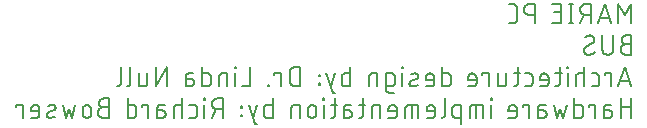
<source format=gbr>
G04 EAGLE Gerber RS-274X export*
G75*
%MOMM*%
%FSLAX34Y34*%
%LPD*%
%INSilkscreen Bottom*%
%IPPOS*%
%AMOC8*
5,1,8,0,0,1.08239X$1,22.5*%
G01*
%ADD10C,0.152400*%


D10*
X679238Y760772D02*
X679238Y777028D01*
X673819Y767997D01*
X668401Y777028D01*
X668401Y760772D01*
X662044Y760772D02*
X656625Y777028D01*
X651206Y760772D01*
X652561Y764836D02*
X660689Y764836D01*
X644897Y760772D02*
X644897Y777028D01*
X640381Y777028D01*
X640248Y777026D01*
X640116Y777020D01*
X639984Y777010D01*
X639852Y776997D01*
X639720Y776979D01*
X639590Y776958D01*
X639459Y776933D01*
X639330Y776904D01*
X639202Y776871D01*
X639074Y776835D01*
X638948Y776795D01*
X638823Y776751D01*
X638699Y776703D01*
X638577Y776652D01*
X638456Y776597D01*
X638337Y776539D01*
X638219Y776477D01*
X638104Y776412D01*
X637990Y776343D01*
X637879Y776272D01*
X637770Y776196D01*
X637663Y776118D01*
X637558Y776037D01*
X637456Y775952D01*
X637356Y775865D01*
X637259Y775775D01*
X637164Y775682D01*
X637073Y775586D01*
X636984Y775488D01*
X636898Y775387D01*
X636815Y775283D01*
X636735Y775177D01*
X636659Y775069D01*
X636585Y774959D01*
X636515Y774846D01*
X636448Y774732D01*
X636385Y774615D01*
X636325Y774497D01*
X636268Y774377D01*
X636215Y774255D01*
X636166Y774132D01*
X636120Y774008D01*
X636078Y773882D01*
X636040Y773755D01*
X636005Y773627D01*
X635974Y773498D01*
X635947Y773369D01*
X635924Y773238D01*
X635904Y773107D01*
X635889Y772975D01*
X635877Y772843D01*
X635869Y772711D01*
X635865Y772578D01*
X635865Y772446D01*
X635869Y772313D01*
X635877Y772181D01*
X635889Y772049D01*
X635904Y771917D01*
X635924Y771786D01*
X635947Y771655D01*
X635974Y771526D01*
X636005Y771397D01*
X636040Y771269D01*
X636078Y771142D01*
X636120Y771016D01*
X636166Y770892D01*
X636215Y770769D01*
X636268Y770647D01*
X636325Y770527D01*
X636385Y770409D01*
X636448Y770292D01*
X636515Y770178D01*
X636585Y770065D01*
X636659Y769955D01*
X636735Y769847D01*
X636815Y769741D01*
X636898Y769637D01*
X636984Y769536D01*
X637073Y769438D01*
X637164Y769342D01*
X637259Y769249D01*
X637356Y769159D01*
X637456Y769072D01*
X637558Y768987D01*
X637663Y768906D01*
X637770Y768828D01*
X637879Y768752D01*
X637990Y768681D01*
X638104Y768612D01*
X638219Y768547D01*
X638337Y768485D01*
X638456Y768427D01*
X638577Y768372D01*
X638699Y768321D01*
X638823Y768273D01*
X638948Y768229D01*
X639074Y768189D01*
X639202Y768153D01*
X639330Y768120D01*
X639459Y768091D01*
X639590Y768066D01*
X639720Y768045D01*
X639852Y768027D01*
X639984Y768014D01*
X640116Y768004D01*
X640248Y767998D01*
X640381Y767996D01*
X640381Y767997D02*
X644897Y767997D01*
X639478Y767997D02*
X635866Y760772D01*
X627968Y760772D02*
X627968Y777028D01*
X629774Y760772D02*
X626162Y760772D01*
X626162Y777028D02*
X629774Y777028D01*
X619427Y760772D02*
X612203Y760772D01*
X619427Y760772D02*
X619427Y777028D01*
X612203Y777028D01*
X614009Y769803D02*
X619427Y769803D01*
X597363Y777028D02*
X597363Y760772D01*
X597363Y777028D02*
X592847Y777028D01*
X592714Y777026D01*
X592582Y777020D01*
X592450Y777010D01*
X592318Y776997D01*
X592186Y776979D01*
X592056Y776958D01*
X591925Y776933D01*
X591796Y776904D01*
X591668Y776871D01*
X591540Y776835D01*
X591414Y776795D01*
X591289Y776751D01*
X591165Y776703D01*
X591043Y776652D01*
X590922Y776597D01*
X590803Y776539D01*
X590685Y776477D01*
X590570Y776412D01*
X590456Y776343D01*
X590345Y776272D01*
X590236Y776196D01*
X590129Y776118D01*
X590024Y776037D01*
X589922Y775952D01*
X589822Y775865D01*
X589725Y775775D01*
X589630Y775682D01*
X589539Y775586D01*
X589450Y775488D01*
X589364Y775387D01*
X589281Y775283D01*
X589201Y775177D01*
X589125Y775069D01*
X589051Y774959D01*
X588981Y774846D01*
X588914Y774732D01*
X588851Y774615D01*
X588791Y774497D01*
X588734Y774377D01*
X588681Y774255D01*
X588632Y774132D01*
X588586Y774008D01*
X588544Y773882D01*
X588506Y773755D01*
X588471Y773627D01*
X588440Y773498D01*
X588413Y773369D01*
X588390Y773238D01*
X588370Y773107D01*
X588355Y772975D01*
X588343Y772843D01*
X588335Y772711D01*
X588331Y772578D01*
X588331Y772446D01*
X588335Y772313D01*
X588343Y772181D01*
X588355Y772049D01*
X588370Y771917D01*
X588390Y771786D01*
X588413Y771655D01*
X588440Y771526D01*
X588471Y771397D01*
X588506Y771269D01*
X588544Y771142D01*
X588586Y771016D01*
X588632Y770892D01*
X588681Y770769D01*
X588734Y770647D01*
X588791Y770527D01*
X588851Y770409D01*
X588914Y770292D01*
X588981Y770178D01*
X589051Y770065D01*
X589125Y769955D01*
X589201Y769847D01*
X589281Y769741D01*
X589364Y769637D01*
X589450Y769536D01*
X589539Y769438D01*
X589630Y769342D01*
X589725Y769249D01*
X589822Y769159D01*
X589922Y769072D01*
X590024Y768987D01*
X590129Y768906D01*
X590236Y768828D01*
X590345Y768752D01*
X590456Y768681D01*
X590570Y768612D01*
X590685Y768547D01*
X590803Y768485D01*
X590922Y768427D01*
X591043Y768372D01*
X591165Y768321D01*
X591289Y768273D01*
X591414Y768229D01*
X591540Y768189D01*
X591668Y768153D01*
X591796Y768120D01*
X591925Y768091D01*
X592056Y768066D01*
X592186Y768045D01*
X592318Y768027D01*
X592450Y768014D01*
X592582Y768004D01*
X592714Y767998D01*
X592847Y767996D01*
X592847Y767997D02*
X597363Y767997D01*
X578890Y760772D02*
X575278Y760772D01*
X578890Y760772D02*
X579008Y760774D01*
X579126Y760780D01*
X579244Y760789D01*
X579361Y760803D01*
X579478Y760820D01*
X579595Y760841D01*
X579710Y760866D01*
X579825Y760895D01*
X579939Y760928D01*
X580051Y760964D01*
X580162Y761004D01*
X580272Y761047D01*
X580381Y761094D01*
X580488Y761144D01*
X580593Y761199D01*
X580696Y761256D01*
X580797Y761317D01*
X580897Y761381D01*
X580994Y761448D01*
X581089Y761518D01*
X581181Y761592D01*
X581272Y761668D01*
X581359Y761748D01*
X581444Y761830D01*
X581526Y761915D01*
X581606Y762002D01*
X581682Y762093D01*
X581756Y762185D01*
X581826Y762280D01*
X581893Y762377D01*
X581957Y762477D01*
X582018Y762578D01*
X582075Y762681D01*
X582130Y762786D01*
X582180Y762893D01*
X582227Y763002D01*
X582270Y763112D01*
X582310Y763223D01*
X582346Y763335D01*
X582379Y763449D01*
X582408Y763564D01*
X582433Y763679D01*
X582454Y763796D01*
X582471Y763913D01*
X582485Y764030D01*
X582494Y764148D01*
X582500Y764266D01*
X582502Y764384D01*
X582503Y764384D02*
X582503Y773416D01*
X582502Y773416D02*
X582500Y773534D01*
X582494Y773652D01*
X582485Y773770D01*
X582471Y773887D01*
X582454Y774004D01*
X582433Y774121D01*
X582408Y774236D01*
X582379Y774351D01*
X582346Y774465D01*
X582310Y774577D01*
X582270Y774688D01*
X582227Y774798D01*
X582180Y774907D01*
X582130Y775014D01*
X582075Y775119D01*
X582018Y775222D01*
X581957Y775323D01*
X581893Y775423D01*
X581826Y775520D01*
X581756Y775615D01*
X581682Y775707D01*
X581606Y775798D01*
X581526Y775885D01*
X581444Y775970D01*
X581359Y776052D01*
X581272Y776132D01*
X581181Y776208D01*
X581089Y776282D01*
X580994Y776352D01*
X580897Y776419D01*
X580797Y776483D01*
X580696Y776544D01*
X580593Y776601D01*
X580488Y776656D01*
X580381Y776706D01*
X580272Y776753D01*
X580162Y776796D01*
X580051Y776836D01*
X579939Y776872D01*
X579825Y776905D01*
X579710Y776934D01*
X579595Y776959D01*
X579478Y776980D01*
X579361Y776997D01*
X579244Y777011D01*
X579126Y777020D01*
X579008Y777026D01*
X578890Y777028D01*
X575278Y777028D01*
X674722Y743133D02*
X679238Y743133D01*
X674722Y743134D02*
X674589Y743132D01*
X674457Y743126D01*
X674325Y743116D01*
X674193Y743103D01*
X674061Y743085D01*
X673931Y743064D01*
X673800Y743039D01*
X673671Y743010D01*
X673543Y742977D01*
X673415Y742941D01*
X673289Y742901D01*
X673164Y742857D01*
X673040Y742809D01*
X672918Y742758D01*
X672797Y742703D01*
X672678Y742645D01*
X672560Y742583D01*
X672445Y742518D01*
X672331Y742449D01*
X672220Y742378D01*
X672111Y742302D01*
X672004Y742224D01*
X671899Y742143D01*
X671797Y742058D01*
X671697Y741971D01*
X671600Y741881D01*
X671505Y741788D01*
X671414Y741692D01*
X671325Y741594D01*
X671239Y741493D01*
X671156Y741389D01*
X671076Y741283D01*
X671000Y741175D01*
X670926Y741065D01*
X670856Y740952D01*
X670789Y740838D01*
X670726Y740721D01*
X670666Y740603D01*
X670609Y740483D01*
X670556Y740361D01*
X670507Y740238D01*
X670461Y740114D01*
X670419Y739988D01*
X670381Y739861D01*
X670346Y739733D01*
X670315Y739604D01*
X670288Y739475D01*
X670265Y739344D01*
X670245Y739213D01*
X670230Y739081D01*
X670218Y738949D01*
X670210Y738817D01*
X670206Y738684D01*
X670206Y738552D01*
X670210Y738419D01*
X670218Y738287D01*
X670230Y738155D01*
X670245Y738023D01*
X670265Y737892D01*
X670288Y737761D01*
X670315Y737632D01*
X670346Y737503D01*
X670381Y737375D01*
X670419Y737248D01*
X670461Y737122D01*
X670507Y736998D01*
X670556Y736875D01*
X670609Y736753D01*
X670666Y736633D01*
X670726Y736515D01*
X670789Y736398D01*
X670856Y736284D01*
X670926Y736171D01*
X671000Y736061D01*
X671076Y735953D01*
X671156Y735847D01*
X671239Y735743D01*
X671325Y735642D01*
X671414Y735544D01*
X671505Y735448D01*
X671600Y735355D01*
X671697Y735265D01*
X671797Y735178D01*
X671899Y735093D01*
X672004Y735012D01*
X672111Y734934D01*
X672220Y734858D01*
X672331Y734787D01*
X672445Y734718D01*
X672560Y734653D01*
X672678Y734591D01*
X672797Y734533D01*
X672918Y734478D01*
X673040Y734427D01*
X673164Y734379D01*
X673289Y734335D01*
X673415Y734295D01*
X673543Y734259D01*
X673671Y734226D01*
X673800Y734197D01*
X673931Y734172D01*
X674061Y734151D01*
X674193Y734133D01*
X674325Y734120D01*
X674457Y734110D01*
X674589Y734104D01*
X674722Y734102D01*
X679238Y734102D01*
X679238Y750358D01*
X674722Y750358D01*
X674603Y750356D01*
X674483Y750350D01*
X674364Y750340D01*
X674246Y750326D01*
X674127Y750309D01*
X674010Y750287D01*
X673893Y750262D01*
X673778Y750232D01*
X673663Y750199D01*
X673549Y750162D01*
X673437Y750122D01*
X673326Y750077D01*
X673217Y750029D01*
X673109Y749978D01*
X673003Y749923D01*
X672899Y749864D01*
X672797Y749802D01*
X672697Y749737D01*
X672599Y749668D01*
X672503Y749596D01*
X672410Y749521D01*
X672320Y749444D01*
X672232Y749363D01*
X672147Y749279D01*
X672065Y749192D01*
X671985Y749103D01*
X671909Y749011D01*
X671835Y748917D01*
X671765Y748820D01*
X671698Y748722D01*
X671634Y748621D01*
X671574Y748517D01*
X671517Y748412D01*
X671464Y748305D01*
X671414Y748197D01*
X671368Y748087D01*
X671326Y747975D01*
X671287Y747862D01*
X671252Y747748D01*
X671221Y747633D01*
X671193Y747516D01*
X671170Y747399D01*
X671150Y747282D01*
X671134Y747163D01*
X671122Y747044D01*
X671114Y746925D01*
X671110Y746806D01*
X671110Y746686D01*
X671114Y746567D01*
X671122Y746448D01*
X671134Y746329D01*
X671150Y746210D01*
X671170Y746093D01*
X671193Y745976D01*
X671221Y745859D01*
X671252Y745744D01*
X671287Y745630D01*
X671326Y745517D01*
X671368Y745405D01*
X671414Y745295D01*
X671464Y745187D01*
X671517Y745080D01*
X671574Y744975D01*
X671634Y744871D01*
X671698Y744770D01*
X671765Y744672D01*
X671835Y744575D01*
X671909Y744481D01*
X671985Y744389D01*
X672065Y744300D01*
X672147Y744213D01*
X672232Y744129D01*
X672320Y744048D01*
X672410Y743971D01*
X672503Y743896D01*
X672599Y743824D01*
X672697Y743755D01*
X672797Y743690D01*
X672899Y743628D01*
X673003Y743569D01*
X673109Y743514D01*
X673217Y743463D01*
X673326Y743415D01*
X673437Y743370D01*
X673549Y743330D01*
X673663Y743293D01*
X673778Y743260D01*
X673893Y743230D01*
X674010Y743205D01*
X674127Y743183D01*
X674246Y743166D01*
X674364Y743152D01*
X674483Y743142D01*
X674603Y743136D01*
X674722Y743134D01*
X663818Y738618D02*
X663818Y750358D01*
X663818Y738618D02*
X663816Y738485D01*
X663810Y738353D01*
X663800Y738221D01*
X663787Y738089D01*
X663769Y737957D01*
X663748Y737827D01*
X663723Y737696D01*
X663694Y737567D01*
X663661Y737439D01*
X663625Y737311D01*
X663585Y737185D01*
X663541Y737060D01*
X663493Y736936D01*
X663442Y736814D01*
X663387Y736693D01*
X663329Y736574D01*
X663267Y736456D01*
X663202Y736341D01*
X663133Y736227D01*
X663062Y736116D01*
X662986Y736007D01*
X662908Y735900D01*
X662827Y735795D01*
X662742Y735693D01*
X662655Y735593D01*
X662565Y735496D01*
X662472Y735401D01*
X662376Y735310D01*
X662278Y735221D01*
X662177Y735135D01*
X662073Y735052D01*
X661967Y734972D01*
X661859Y734896D01*
X661749Y734822D01*
X661636Y734752D01*
X661522Y734685D01*
X661405Y734622D01*
X661287Y734562D01*
X661167Y734505D01*
X661045Y734452D01*
X660922Y734403D01*
X660798Y734357D01*
X660672Y734315D01*
X660545Y734277D01*
X660417Y734242D01*
X660288Y734211D01*
X660159Y734184D01*
X660028Y734161D01*
X659897Y734141D01*
X659765Y734126D01*
X659633Y734114D01*
X659501Y734106D01*
X659368Y734102D01*
X659236Y734102D01*
X659103Y734106D01*
X658971Y734114D01*
X658839Y734126D01*
X658707Y734141D01*
X658576Y734161D01*
X658445Y734184D01*
X658316Y734211D01*
X658187Y734242D01*
X658059Y734277D01*
X657932Y734315D01*
X657806Y734357D01*
X657682Y734403D01*
X657559Y734452D01*
X657437Y734505D01*
X657317Y734562D01*
X657199Y734622D01*
X657082Y734685D01*
X656968Y734752D01*
X656855Y734822D01*
X656745Y734896D01*
X656637Y734972D01*
X656531Y735052D01*
X656427Y735135D01*
X656326Y735221D01*
X656228Y735310D01*
X656132Y735401D01*
X656039Y735496D01*
X655949Y735593D01*
X655862Y735693D01*
X655777Y735795D01*
X655696Y735900D01*
X655618Y736007D01*
X655542Y736116D01*
X655471Y736227D01*
X655402Y736341D01*
X655337Y736456D01*
X655275Y736574D01*
X655217Y736693D01*
X655162Y736814D01*
X655111Y736936D01*
X655063Y737060D01*
X655019Y737185D01*
X654979Y737311D01*
X654943Y737439D01*
X654910Y737567D01*
X654881Y737696D01*
X654856Y737827D01*
X654835Y737957D01*
X654817Y738089D01*
X654804Y738221D01*
X654794Y738353D01*
X654788Y738485D01*
X654786Y738618D01*
X654787Y738618D02*
X654787Y750358D01*
X639156Y737714D02*
X639158Y737596D01*
X639164Y737478D01*
X639173Y737360D01*
X639187Y737243D01*
X639204Y737126D01*
X639225Y737009D01*
X639250Y736894D01*
X639279Y736779D01*
X639312Y736665D01*
X639348Y736553D01*
X639388Y736442D01*
X639431Y736332D01*
X639478Y736223D01*
X639528Y736116D01*
X639583Y736011D01*
X639640Y735908D01*
X639701Y735807D01*
X639765Y735707D01*
X639832Y735610D01*
X639902Y735515D01*
X639976Y735423D01*
X640052Y735332D01*
X640132Y735245D01*
X640214Y735160D01*
X640299Y735078D01*
X640386Y734998D01*
X640477Y734922D01*
X640569Y734848D01*
X640664Y734778D01*
X640761Y734711D01*
X640861Y734647D01*
X640962Y734586D01*
X641065Y734529D01*
X641170Y734474D01*
X641277Y734424D01*
X641386Y734377D01*
X641496Y734334D01*
X641607Y734294D01*
X641719Y734258D01*
X641833Y734225D01*
X641948Y734196D01*
X642063Y734171D01*
X642180Y734150D01*
X642297Y734133D01*
X642414Y734119D01*
X642532Y734110D01*
X642650Y734104D01*
X642768Y734102D01*
X642951Y734104D01*
X643133Y734111D01*
X643315Y734122D01*
X643497Y734137D01*
X643679Y734157D01*
X643860Y734181D01*
X644040Y734209D01*
X644220Y734241D01*
X644399Y734278D01*
X644576Y734319D01*
X644753Y734365D01*
X644929Y734414D01*
X645104Y734468D01*
X645277Y734526D01*
X645448Y734588D01*
X645619Y734654D01*
X645787Y734725D01*
X645954Y734799D01*
X646119Y734877D01*
X646282Y734959D01*
X646443Y735045D01*
X646602Y735135D01*
X646759Y735229D01*
X646913Y735326D01*
X647065Y735427D01*
X647215Y735532D01*
X647362Y735640D01*
X647506Y735751D01*
X647648Y735866D01*
X647787Y735985D01*
X647923Y736107D01*
X648056Y736232D01*
X648186Y736360D01*
X647734Y746746D02*
X647732Y746864D01*
X647726Y746982D01*
X647717Y747100D01*
X647703Y747217D01*
X647686Y747334D01*
X647665Y747451D01*
X647640Y747566D01*
X647611Y747681D01*
X647578Y747795D01*
X647542Y747907D01*
X647502Y748018D01*
X647459Y748128D01*
X647412Y748237D01*
X647362Y748344D01*
X647307Y748449D01*
X647250Y748552D01*
X647189Y748653D01*
X647125Y748753D01*
X647058Y748850D01*
X646988Y748945D01*
X646914Y749037D01*
X646838Y749128D01*
X646758Y749215D01*
X646676Y749300D01*
X646591Y749382D01*
X646504Y749462D01*
X646413Y749538D01*
X646321Y749612D01*
X646226Y749682D01*
X646129Y749749D01*
X646029Y749813D01*
X645928Y749874D01*
X645825Y749931D01*
X645720Y749986D01*
X645613Y750036D01*
X645504Y750083D01*
X645394Y750126D01*
X645283Y750166D01*
X645171Y750202D01*
X645057Y750235D01*
X644942Y750264D01*
X644827Y750289D01*
X644710Y750310D01*
X644593Y750327D01*
X644476Y750341D01*
X644358Y750350D01*
X644240Y750356D01*
X644122Y750358D01*
X643961Y750356D01*
X643799Y750350D01*
X643638Y750341D01*
X643477Y750327D01*
X643317Y750310D01*
X643157Y750289D01*
X642997Y750264D01*
X642838Y750235D01*
X642680Y750203D01*
X642523Y750167D01*
X642367Y750127D01*
X642211Y750083D01*
X642057Y750035D01*
X641904Y749984D01*
X641752Y749930D01*
X641601Y749871D01*
X641452Y749810D01*
X641305Y749744D01*
X641159Y749675D01*
X641014Y749603D01*
X640872Y749527D01*
X640731Y749448D01*
X640592Y749366D01*
X640456Y749280D01*
X640321Y749191D01*
X640188Y749099D01*
X640058Y749003D01*
X645929Y743585D02*
X646030Y743647D01*
X646130Y743712D01*
X646227Y743781D01*
X646322Y743853D01*
X646415Y743927D01*
X646505Y744005D01*
X646593Y744086D01*
X646678Y744169D01*
X646760Y744255D01*
X646839Y744344D01*
X646916Y744435D01*
X646989Y744529D01*
X647060Y744625D01*
X647127Y744723D01*
X647191Y744823D01*
X647252Y744926D01*
X647309Y745030D01*
X647363Y745136D01*
X647413Y745244D01*
X647460Y745353D01*
X647504Y745464D01*
X647544Y745576D01*
X647580Y745690D01*
X647612Y745804D01*
X647641Y745920D01*
X647666Y746036D01*
X647687Y746153D01*
X647704Y746271D01*
X647718Y746389D01*
X647727Y746508D01*
X647733Y746627D01*
X647735Y746746D01*
X640961Y740875D02*
X640860Y740813D01*
X640760Y740748D01*
X640663Y740679D01*
X640568Y740607D01*
X640475Y740533D01*
X640385Y740455D01*
X640297Y740374D01*
X640212Y740291D01*
X640130Y740205D01*
X640051Y740116D01*
X639974Y740025D01*
X639901Y739931D01*
X639830Y739835D01*
X639763Y739737D01*
X639699Y739637D01*
X639638Y739534D01*
X639581Y739430D01*
X639527Y739324D01*
X639477Y739216D01*
X639430Y739107D01*
X639386Y738996D01*
X639346Y738884D01*
X639310Y738770D01*
X639278Y738656D01*
X639249Y738540D01*
X639224Y738424D01*
X639203Y738307D01*
X639186Y738189D01*
X639172Y738071D01*
X639163Y737952D01*
X639157Y737833D01*
X639155Y737714D01*
X640962Y740875D02*
X645929Y743585D01*
X673819Y723688D02*
X679238Y707432D01*
X668401Y707432D02*
X673819Y723688D01*
X669755Y711496D02*
X677883Y711496D01*
X662237Y707432D02*
X662237Y718269D01*
X656818Y718269D01*
X656818Y716463D01*
X649174Y707432D02*
X645561Y707432D01*
X649174Y707432D02*
X649275Y707434D01*
X649376Y707440D01*
X649477Y707449D01*
X649578Y707462D01*
X649678Y707479D01*
X649777Y707500D01*
X649875Y707524D01*
X649972Y707552D01*
X650069Y707584D01*
X650164Y707619D01*
X650257Y707658D01*
X650349Y707700D01*
X650440Y707746D01*
X650529Y707795D01*
X650615Y707847D01*
X650700Y707903D01*
X650783Y707961D01*
X650863Y708023D01*
X650941Y708088D01*
X651017Y708155D01*
X651090Y708225D01*
X651160Y708298D01*
X651227Y708374D01*
X651292Y708452D01*
X651354Y708532D01*
X651412Y708615D01*
X651468Y708700D01*
X651520Y708787D01*
X651569Y708875D01*
X651615Y708966D01*
X651657Y709058D01*
X651696Y709151D01*
X651731Y709246D01*
X651763Y709343D01*
X651791Y709440D01*
X651815Y709538D01*
X651836Y709637D01*
X651853Y709737D01*
X651866Y709838D01*
X651875Y709939D01*
X651881Y710040D01*
X651883Y710141D01*
X651883Y715560D01*
X651881Y715661D01*
X651875Y715762D01*
X651866Y715863D01*
X651853Y715964D01*
X651836Y716064D01*
X651815Y716163D01*
X651791Y716261D01*
X651763Y716358D01*
X651731Y716455D01*
X651696Y716550D01*
X651657Y716643D01*
X651615Y716735D01*
X651569Y716826D01*
X651520Y716915D01*
X651468Y717001D01*
X651412Y717086D01*
X651354Y717169D01*
X651292Y717249D01*
X651227Y717327D01*
X651160Y717403D01*
X651090Y717476D01*
X651017Y717546D01*
X650941Y717613D01*
X650863Y717678D01*
X650783Y717740D01*
X650700Y717798D01*
X650615Y717854D01*
X650529Y717906D01*
X650440Y717955D01*
X650349Y718001D01*
X650257Y718043D01*
X650164Y718082D01*
X650069Y718117D01*
X649972Y718149D01*
X649875Y718177D01*
X649777Y718201D01*
X649678Y718222D01*
X649578Y718239D01*
X649477Y718252D01*
X649376Y718261D01*
X649275Y718267D01*
X649174Y718269D01*
X645561Y718269D01*
X639396Y723688D02*
X639396Y707432D01*
X639396Y718269D02*
X634880Y718269D01*
X634776Y718267D01*
X634673Y718261D01*
X634569Y718251D01*
X634466Y718237D01*
X634364Y718219D01*
X634263Y718198D01*
X634162Y718172D01*
X634063Y718143D01*
X633964Y718110D01*
X633867Y718073D01*
X633772Y718032D01*
X633678Y717988D01*
X633586Y717940D01*
X633496Y717889D01*
X633407Y717834D01*
X633321Y717776D01*
X633238Y717714D01*
X633156Y717650D01*
X633078Y717582D01*
X633002Y717512D01*
X632928Y717439D01*
X632858Y717362D01*
X632790Y717284D01*
X632726Y717202D01*
X632664Y717119D01*
X632606Y717033D01*
X632551Y716944D01*
X632500Y716854D01*
X632452Y716762D01*
X632408Y716668D01*
X632367Y716573D01*
X632330Y716476D01*
X632297Y716377D01*
X632268Y716278D01*
X632242Y716177D01*
X632221Y716076D01*
X632203Y715974D01*
X632189Y715871D01*
X632179Y715767D01*
X632173Y715664D01*
X632171Y715560D01*
X632171Y707432D01*
X625363Y707432D02*
X625363Y718269D01*
X625814Y722785D02*
X625814Y723688D01*
X624911Y723688D01*
X624911Y722785D01*
X625814Y722785D01*
X620373Y718269D02*
X614954Y718269D01*
X618566Y723688D02*
X618566Y710141D01*
X618564Y710040D01*
X618558Y709939D01*
X618549Y709838D01*
X618536Y709737D01*
X618519Y709637D01*
X618498Y709538D01*
X618474Y709440D01*
X618446Y709343D01*
X618414Y709246D01*
X618379Y709151D01*
X618340Y709058D01*
X618298Y708966D01*
X618252Y708875D01*
X618203Y708787D01*
X618151Y708700D01*
X618095Y708615D01*
X618037Y708532D01*
X617975Y708452D01*
X617910Y708374D01*
X617843Y708298D01*
X617773Y708225D01*
X617700Y708155D01*
X617624Y708088D01*
X617546Y708023D01*
X617466Y707961D01*
X617383Y707903D01*
X617298Y707847D01*
X617212Y707795D01*
X617123Y707746D01*
X617032Y707700D01*
X616940Y707658D01*
X616847Y707619D01*
X616752Y707584D01*
X616655Y707552D01*
X616558Y707524D01*
X616460Y707500D01*
X616361Y707479D01*
X616261Y707462D01*
X616160Y707449D01*
X616059Y707440D01*
X615958Y707434D01*
X615857Y707432D01*
X614954Y707432D01*
X606466Y707432D02*
X601951Y707432D01*
X606466Y707432D02*
X606567Y707434D01*
X606668Y707440D01*
X606769Y707449D01*
X606870Y707462D01*
X606970Y707479D01*
X607069Y707500D01*
X607167Y707524D01*
X607264Y707552D01*
X607361Y707584D01*
X607456Y707619D01*
X607549Y707658D01*
X607641Y707700D01*
X607732Y707746D01*
X607821Y707795D01*
X607907Y707847D01*
X607992Y707903D01*
X608075Y707961D01*
X608155Y708023D01*
X608233Y708088D01*
X608309Y708155D01*
X608382Y708225D01*
X608452Y708298D01*
X608519Y708374D01*
X608584Y708452D01*
X608646Y708532D01*
X608704Y708615D01*
X608760Y708700D01*
X608812Y708787D01*
X608861Y708875D01*
X608907Y708966D01*
X608949Y709058D01*
X608988Y709151D01*
X609023Y709246D01*
X609055Y709343D01*
X609083Y709440D01*
X609107Y709538D01*
X609128Y709637D01*
X609145Y709737D01*
X609158Y709838D01*
X609167Y709939D01*
X609173Y710040D01*
X609175Y710141D01*
X609175Y714657D01*
X609173Y714776D01*
X609167Y714896D01*
X609157Y715015D01*
X609143Y715133D01*
X609126Y715252D01*
X609104Y715369D01*
X609079Y715486D01*
X609049Y715601D01*
X609016Y715716D01*
X608979Y715830D01*
X608939Y715942D01*
X608894Y716053D01*
X608846Y716162D01*
X608795Y716270D01*
X608740Y716376D01*
X608681Y716480D01*
X608619Y716582D01*
X608554Y716682D01*
X608485Y716780D01*
X608413Y716876D01*
X608338Y716969D01*
X608261Y717059D01*
X608180Y717147D01*
X608096Y717232D01*
X608009Y717314D01*
X607920Y717394D01*
X607828Y717470D01*
X607734Y717544D01*
X607637Y717614D01*
X607539Y717681D01*
X607438Y717745D01*
X607334Y717805D01*
X607229Y717862D01*
X607122Y717915D01*
X607014Y717965D01*
X606904Y718011D01*
X606792Y718053D01*
X606679Y718092D01*
X606565Y718127D01*
X606450Y718158D01*
X606333Y718186D01*
X606216Y718209D01*
X606099Y718229D01*
X605980Y718245D01*
X605861Y718257D01*
X605742Y718265D01*
X605623Y718269D01*
X605503Y718269D01*
X605384Y718265D01*
X605265Y718257D01*
X605146Y718245D01*
X605027Y718229D01*
X604910Y718209D01*
X604793Y718186D01*
X604676Y718158D01*
X604561Y718127D01*
X604447Y718092D01*
X604334Y718053D01*
X604222Y718011D01*
X604112Y717965D01*
X604004Y717915D01*
X603897Y717862D01*
X603792Y717805D01*
X603688Y717745D01*
X603587Y717681D01*
X603489Y717614D01*
X603392Y717544D01*
X603298Y717470D01*
X603206Y717394D01*
X603117Y717314D01*
X603030Y717232D01*
X602946Y717147D01*
X602865Y717059D01*
X602788Y716969D01*
X602713Y716876D01*
X602641Y716780D01*
X602572Y716682D01*
X602507Y716582D01*
X602445Y716480D01*
X602386Y716376D01*
X602331Y716270D01*
X602280Y716162D01*
X602232Y716053D01*
X602187Y715942D01*
X602147Y715830D01*
X602110Y715716D01*
X602077Y715601D01*
X602047Y715486D01*
X602022Y715369D01*
X602000Y715252D01*
X601983Y715133D01*
X601969Y715015D01*
X601959Y714896D01*
X601953Y714776D01*
X601951Y714657D01*
X601951Y712851D01*
X609175Y712851D01*
X592902Y707432D02*
X589289Y707432D01*
X592902Y707432D02*
X593003Y707434D01*
X593104Y707440D01*
X593205Y707449D01*
X593306Y707462D01*
X593406Y707479D01*
X593505Y707500D01*
X593603Y707524D01*
X593700Y707552D01*
X593797Y707584D01*
X593892Y707619D01*
X593985Y707658D01*
X594077Y707700D01*
X594168Y707746D01*
X594257Y707795D01*
X594343Y707847D01*
X594428Y707903D01*
X594511Y707961D01*
X594591Y708023D01*
X594669Y708088D01*
X594745Y708155D01*
X594818Y708225D01*
X594888Y708298D01*
X594955Y708374D01*
X595020Y708452D01*
X595082Y708532D01*
X595140Y708615D01*
X595196Y708700D01*
X595248Y708787D01*
X595297Y708875D01*
X595343Y708966D01*
X595385Y709058D01*
X595424Y709151D01*
X595459Y709246D01*
X595491Y709343D01*
X595519Y709440D01*
X595543Y709538D01*
X595564Y709637D01*
X595581Y709737D01*
X595594Y709838D01*
X595603Y709939D01*
X595609Y710040D01*
X595611Y710141D01*
X595611Y715560D01*
X595609Y715661D01*
X595603Y715762D01*
X595594Y715863D01*
X595581Y715964D01*
X595564Y716064D01*
X595543Y716163D01*
X595519Y716261D01*
X595491Y716358D01*
X595459Y716455D01*
X595424Y716550D01*
X595385Y716643D01*
X595343Y716735D01*
X595297Y716826D01*
X595248Y716915D01*
X595196Y717001D01*
X595140Y717086D01*
X595082Y717169D01*
X595020Y717249D01*
X594955Y717327D01*
X594888Y717403D01*
X594818Y717476D01*
X594745Y717546D01*
X594669Y717613D01*
X594591Y717678D01*
X594511Y717740D01*
X594428Y717798D01*
X594343Y717854D01*
X594257Y717906D01*
X594168Y717955D01*
X594077Y718001D01*
X593985Y718043D01*
X593892Y718082D01*
X593797Y718117D01*
X593700Y718149D01*
X593603Y718177D01*
X593505Y718201D01*
X593406Y718222D01*
X593306Y718239D01*
X593205Y718252D01*
X593104Y718261D01*
X593003Y718267D01*
X592902Y718269D01*
X589289Y718269D01*
X584942Y718269D02*
X579523Y718269D01*
X583136Y723688D02*
X583136Y710141D01*
X583135Y710141D02*
X583133Y710040D01*
X583127Y709939D01*
X583118Y709838D01*
X583105Y709737D01*
X583088Y709637D01*
X583067Y709538D01*
X583043Y709440D01*
X583015Y709343D01*
X582983Y709246D01*
X582948Y709151D01*
X582909Y709058D01*
X582867Y708966D01*
X582821Y708875D01*
X582772Y708787D01*
X582720Y708700D01*
X582664Y708615D01*
X582606Y708532D01*
X582544Y708452D01*
X582479Y708374D01*
X582412Y708298D01*
X582342Y708225D01*
X582269Y708155D01*
X582193Y708088D01*
X582115Y708023D01*
X582035Y707961D01*
X581952Y707903D01*
X581867Y707847D01*
X581781Y707795D01*
X581692Y707746D01*
X581601Y707700D01*
X581509Y707658D01*
X581416Y707619D01*
X581321Y707584D01*
X581224Y707552D01*
X581127Y707524D01*
X581029Y707500D01*
X580930Y707479D01*
X580830Y707462D01*
X580729Y707449D01*
X580628Y707440D01*
X580527Y707434D01*
X580426Y707432D01*
X579523Y707432D01*
X573224Y710141D02*
X573224Y718269D01*
X573223Y710141D02*
X573221Y710040D01*
X573215Y709939D01*
X573206Y709838D01*
X573193Y709737D01*
X573176Y709637D01*
X573155Y709538D01*
X573131Y709440D01*
X573103Y709343D01*
X573071Y709246D01*
X573036Y709151D01*
X572997Y709058D01*
X572955Y708966D01*
X572909Y708875D01*
X572860Y708787D01*
X572808Y708700D01*
X572752Y708615D01*
X572694Y708532D01*
X572632Y708452D01*
X572567Y708374D01*
X572500Y708298D01*
X572430Y708225D01*
X572357Y708155D01*
X572281Y708088D01*
X572203Y708023D01*
X572123Y707961D01*
X572040Y707903D01*
X571955Y707847D01*
X571869Y707795D01*
X571780Y707746D01*
X571689Y707700D01*
X571597Y707658D01*
X571504Y707619D01*
X571409Y707584D01*
X571312Y707552D01*
X571215Y707524D01*
X571117Y707500D01*
X571018Y707479D01*
X570918Y707462D01*
X570817Y707449D01*
X570716Y707440D01*
X570615Y707434D01*
X570514Y707432D01*
X565999Y707432D01*
X565999Y718269D01*
X558550Y718269D02*
X558550Y707432D01*
X558550Y718269D02*
X553131Y718269D01*
X553131Y716463D01*
X545504Y707432D02*
X540989Y707432D01*
X545504Y707432D02*
X545605Y707434D01*
X545706Y707440D01*
X545807Y707449D01*
X545908Y707462D01*
X546008Y707479D01*
X546107Y707500D01*
X546205Y707524D01*
X546302Y707552D01*
X546399Y707584D01*
X546494Y707619D01*
X546587Y707658D01*
X546679Y707700D01*
X546770Y707746D01*
X546859Y707795D01*
X546945Y707847D01*
X547030Y707903D01*
X547113Y707961D01*
X547193Y708023D01*
X547271Y708088D01*
X547347Y708155D01*
X547420Y708225D01*
X547490Y708298D01*
X547557Y708374D01*
X547622Y708452D01*
X547684Y708532D01*
X547742Y708615D01*
X547798Y708700D01*
X547850Y708787D01*
X547899Y708875D01*
X547945Y708966D01*
X547987Y709058D01*
X548026Y709151D01*
X548061Y709246D01*
X548093Y709343D01*
X548121Y709440D01*
X548145Y709538D01*
X548166Y709637D01*
X548183Y709737D01*
X548196Y709838D01*
X548205Y709939D01*
X548211Y710040D01*
X548213Y710141D01*
X548214Y710141D02*
X548214Y714657D01*
X548213Y714657D02*
X548211Y714776D01*
X548205Y714896D01*
X548195Y715015D01*
X548181Y715133D01*
X548164Y715252D01*
X548142Y715369D01*
X548117Y715486D01*
X548087Y715601D01*
X548054Y715716D01*
X548017Y715830D01*
X547977Y715942D01*
X547932Y716053D01*
X547884Y716162D01*
X547833Y716270D01*
X547778Y716376D01*
X547719Y716480D01*
X547657Y716582D01*
X547592Y716682D01*
X547523Y716780D01*
X547451Y716876D01*
X547376Y716969D01*
X547299Y717059D01*
X547218Y717147D01*
X547134Y717232D01*
X547047Y717314D01*
X546958Y717394D01*
X546866Y717470D01*
X546772Y717544D01*
X546675Y717614D01*
X546577Y717681D01*
X546476Y717745D01*
X546372Y717805D01*
X546267Y717862D01*
X546160Y717915D01*
X546052Y717965D01*
X545942Y718011D01*
X545830Y718053D01*
X545717Y718092D01*
X545603Y718127D01*
X545488Y718158D01*
X545371Y718186D01*
X545254Y718209D01*
X545137Y718229D01*
X545018Y718245D01*
X544899Y718257D01*
X544780Y718265D01*
X544661Y718269D01*
X544541Y718269D01*
X544422Y718265D01*
X544303Y718257D01*
X544184Y718245D01*
X544065Y718229D01*
X543948Y718209D01*
X543831Y718186D01*
X543714Y718158D01*
X543599Y718127D01*
X543485Y718092D01*
X543372Y718053D01*
X543260Y718011D01*
X543150Y717965D01*
X543042Y717915D01*
X542935Y717862D01*
X542830Y717805D01*
X542726Y717745D01*
X542625Y717681D01*
X542527Y717614D01*
X542430Y717544D01*
X542336Y717470D01*
X542244Y717394D01*
X542155Y717314D01*
X542068Y717232D01*
X541984Y717147D01*
X541903Y717059D01*
X541826Y716969D01*
X541751Y716876D01*
X541679Y716780D01*
X541610Y716682D01*
X541545Y716582D01*
X541483Y716480D01*
X541424Y716376D01*
X541369Y716270D01*
X541318Y716162D01*
X541270Y716053D01*
X541225Y715942D01*
X541185Y715830D01*
X541148Y715716D01*
X541115Y715601D01*
X541085Y715486D01*
X541060Y715369D01*
X541038Y715252D01*
X541021Y715133D01*
X541007Y715015D01*
X540997Y714896D01*
X540991Y714776D01*
X540989Y714657D01*
X540989Y712851D01*
X548214Y712851D01*
X519178Y707432D02*
X519178Y723688D01*
X519178Y707432D02*
X523694Y707432D01*
X523795Y707434D01*
X523896Y707440D01*
X523997Y707449D01*
X524098Y707462D01*
X524198Y707479D01*
X524297Y707500D01*
X524395Y707524D01*
X524492Y707552D01*
X524589Y707584D01*
X524684Y707619D01*
X524777Y707658D01*
X524869Y707700D01*
X524960Y707746D01*
X525049Y707795D01*
X525135Y707847D01*
X525220Y707903D01*
X525303Y707961D01*
X525383Y708023D01*
X525461Y708088D01*
X525537Y708155D01*
X525610Y708225D01*
X525680Y708298D01*
X525747Y708374D01*
X525812Y708452D01*
X525874Y708532D01*
X525932Y708615D01*
X525988Y708700D01*
X526040Y708787D01*
X526089Y708875D01*
X526135Y708966D01*
X526177Y709058D01*
X526216Y709151D01*
X526251Y709246D01*
X526283Y709343D01*
X526311Y709440D01*
X526335Y709538D01*
X526356Y709637D01*
X526373Y709737D01*
X526386Y709838D01*
X526395Y709939D01*
X526401Y710040D01*
X526403Y710141D01*
X526403Y715560D01*
X526401Y715661D01*
X526395Y715762D01*
X526386Y715863D01*
X526373Y715964D01*
X526356Y716064D01*
X526335Y716163D01*
X526311Y716261D01*
X526283Y716358D01*
X526251Y716455D01*
X526216Y716550D01*
X526177Y716643D01*
X526135Y716735D01*
X526089Y716826D01*
X526040Y716915D01*
X525988Y717001D01*
X525932Y717086D01*
X525874Y717169D01*
X525812Y717249D01*
X525747Y717327D01*
X525680Y717403D01*
X525610Y717476D01*
X525537Y717546D01*
X525461Y717613D01*
X525383Y717678D01*
X525303Y717740D01*
X525220Y717798D01*
X525135Y717854D01*
X525049Y717906D01*
X524960Y717955D01*
X524869Y718001D01*
X524777Y718043D01*
X524684Y718082D01*
X524589Y718117D01*
X524492Y718149D01*
X524395Y718177D01*
X524297Y718201D01*
X524198Y718222D01*
X524098Y718239D01*
X523997Y718252D01*
X523896Y718261D01*
X523795Y718267D01*
X523694Y718269D01*
X519178Y718269D01*
X509553Y707432D02*
X505037Y707432D01*
X509553Y707432D02*
X509654Y707434D01*
X509755Y707440D01*
X509856Y707449D01*
X509957Y707462D01*
X510057Y707479D01*
X510156Y707500D01*
X510254Y707524D01*
X510351Y707552D01*
X510448Y707584D01*
X510543Y707619D01*
X510636Y707658D01*
X510728Y707700D01*
X510819Y707746D01*
X510908Y707795D01*
X510994Y707847D01*
X511079Y707903D01*
X511162Y707961D01*
X511242Y708023D01*
X511320Y708088D01*
X511396Y708155D01*
X511469Y708225D01*
X511539Y708298D01*
X511606Y708374D01*
X511671Y708452D01*
X511733Y708532D01*
X511791Y708615D01*
X511847Y708700D01*
X511899Y708787D01*
X511948Y708875D01*
X511994Y708966D01*
X512036Y709058D01*
X512075Y709151D01*
X512110Y709246D01*
X512142Y709343D01*
X512170Y709440D01*
X512194Y709538D01*
X512215Y709637D01*
X512232Y709737D01*
X512245Y709838D01*
X512254Y709939D01*
X512260Y710040D01*
X512262Y710141D01*
X512262Y714657D01*
X512260Y714776D01*
X512254Y714896D01*
X512244Y715015D01*
X512230Y715133D01*
X512213Y715252D01*
X512191Y715369D01*
X512166Y715486D01*
X512136Y715601D01*
X512103Y715716D01*
X512066Y715830D01*
X512026Y715942D01*
X511981Y716053D01*
X511933Y716162D01*
X511882Y716270D01*
X511827Y716376D01*
X511768Y716480D01*
X511706Y716582D01*
X511641Y716682D01*
X511572Y716780D01*
X511500Y716876D01*
X511425Y716969D01*
X511348Y717059D01*
X511267Y717147D01*
X511183Y717232D01*
X511096Y717314D01*
X511007Y717394D01*
X510915Y717470D01*
X510821Y717544D01*
X510724Y717614D01*
X510626Y717681D01*
X510525Y717745D01*
X510421Y717805D01*
X510316Y717862D01*
X510209Y717915D01*
X510101Y717965D01*
X509991Y718011D01*
X509879Y718053D01*
X509766Y718092D01*
X509652Y718127D01*
X509537Y718158D01*
X509420Y718186D01*
X509303Y718209D01*
X509186Y718229D01*
X509067Y718245D01*
X508948Y718257D01*
X508829Y718265D01*
X508710Y718269D01*
X508590Y718269D01*
X508471Y718265D01*
X508352Y718257D01*
X508233Y718245D01*
X508114Y718229D01*
X507997Y718209D01*
X507880Y718186D01*
X507763Y718158D01*
X507648Y718127D01*
X507534Y718092D01*
X507421Y718053D01*
X507309Y718011D01*
X507199Y717965D01*
X507091Y717915D01*
X506984Y717862D01*
X506879Y717805D01*
X506775Y717745D01*
X506674Y717681D01*
X506576Y717614D01*
X506479Y717544D01*
X506385Y717470D01*
X506293Y717394D01*
X506204Y717314D01*
X506117Y717232D01*
X506033Y717147D01*
X505952Y717059D01*
X505875Y716969D01*
X505800Y716876D01*
X505728Y716780D01*
X505659Y716682D01*
X505594Y716582D01*
X505532Y716480D01*
X505473Y716376D01*
X505418Y716270D01*
X505367Y716162D01*
X505319Y716053D01*
X505274Y715942D01*
X505234Y715830D01*
X505197Y715716D01*
X505164Y715601D01*
X505134Y715486D01*
X505109Y715369D01*
X505087Y715252D01*
X505070Y715133D01*
X505056Y715015D01*
X505046Y714896D01*
X505040Y714776D01*
X505038Y714657D01*
X505037Y714657D02*
X505037Y712851D01*
X512262Y712851D01*
X497360Y713754D02*
X492845Y711948D01*
X497361Y713754D02*
X497449Y713791D01*
X497535Y713832D01*
X497620Y713876D01*
X497703Y713924D01*
X497783Y713975D01*
X497862Y714029D01*
X497938Y714087D01*
X498012Y714147D01*
X498084Y714211D01*
X498152Y714277D01*
X498218Y714347D01*
X498281Y714418D01*
X498342Y714493D01*
X498399Y714569D01*
X498452Y714648D01*
X498503Y714729D01*
X498550Y714812D01*
X498594Y714897D01*
X498634Y714984D01*
X498671Y715072D01*
X498704Y715162D01*
X498734Y715253D01*
X498759Y715345D01*
X498781Y715438D01*
X498799Y715532D01*
X498814Y715626D01*
X498824Y715721D01*
X498830Y715817D01*
X498833Y715912D01*
X498832Y716008D01*
X498826Y716103D01*
X498817Y716199D01*
X498804Y716293D01*
X498788Y716387D01*
X498767Y716481D01*
X498742Y716573D01*
X498714Y716664D01*
X498682Y716754D01*
X498647Y716843D01*
X498608Y716930D01*
X498565Y717016D01*
X498519Y717100D01*
X498469Y717181D01*
X498417Y717261D01*
X498361Y717339D01*
X498301Y717414D01*
X498239Y717486D01*
X498174Y717556D01*
X498106Y717624D01*
X498036Y717688D01*
X497963Y717750D01*
X497887Y717808D01*
X497809Y717864D01*
X497729Y717916D01*
X497647Y717965D01*
X497563Y718010D01*
X497477Y718052D01*
X497390Y718091D01*
X497301Y718126D01*
X497210Y718157D01*
X497119Y718184D01*
X497026Y718208D01*
X496933Y718228D01*
X496839Y718244D01*
X496744Y718256D01*
X496649Y718265D01*
X496553Y718269D01*
X496458Y718270D01*
X496211Y718263D01*
X495965Y718251D01*
X495719Y718233D01*
X495473Y718208D01*
X495229Y718178D01*
X494985Y718142D01*
X494742Y718101D01*
X494500Y718053D01*
X494259Y717999D01*
X494020Y717940D01*
X493782Y717875D01*
X493546Y717804D01*
X493311Y717728D01*
X493078Y717646D01*
X492848Y717558D01*
X492620Y717465D01*
X492393Y717367D01*
X492844Y711947D02*
X492756Y711910D01*
X492670Y711869D01*
X492585Y711825D01*
X492502Y711777D01*
X492422Y711726D01*
X492343Y711672D01*
X492267Y711614D01*
X492193Y711554D01*
X492121Y711490D01*
X492053Y711424D01*
X491987Y711354D01*
X491924Y711283D01*
X491863Y711208D01*
X491806Y711132D01*
X491753Y711053D01*
X491702Y710972D01*
X491655Y710889D01*
X491611Y710804D01*
X491571Y710717D01*
X491534Y710629D01*
X491501Y710539D01*
X491471Y710448D01*
X491446Y710356D01*
X491424Y710263D01*
X491406Y710169D01*
X491391Y710075D01*
X491381Y709980D01*
X491375Y709884D01*
X491372Y709789D01*
X491373Y709693D01*
X491379Y709598D01*
X491388Y709502D01*
X491401Y709408D01*
X491417Y709314D01*
X491438Y709220D01*
X491463Y709128D01*
X491491Y709037D01*
X491523Y708947D01*
X491558Y708858D01*
X491597Y708771D01*
X491640Y708685D01*
X491686Y708601D01*
X491736Y708520D01*
X491788Y708440D01*
X491844Y708362D01*
X491904Y708287D01*
X491966Y708215D01*
X492031Y708145D01*
X492099Y708077D01*
X492169Y708013D01*
X492242Y707951D01*
X492318Y707893D01*
X492396Y707837D01*
X492476Y707785D01*
X492558Y707736D01*
X492642Y707691D01*
X492728Y707649D01*
X492815Y707610D01*
X492904Y707575D01*
X492995Y707544D01*
X493086Y707517D01*
X493179Y707493D01*
X493272Y707473D01*
X493366Y707457D01*
X493461Y707445D01*
X493556Y707436D01*
X493652Y707432D01*
X493747Y707431D01*
X493748Y707432D02*
X494110Y707441D01*
X494472Y707459D01*
X494833Y707486D01*
X495193Y707521D01*
X495553Y707564D01*
X495912Y707616D01*
X496269Y707677D01*
X496624Y707746D01*
X496978Y707823D01*
X497330Y707909D01*
X497680Y708003D01*
X498028Y708106D01*
X498373Y708216D01*
X498715Y708335D01*
X485203Y707432D02*
X485203Y718269D01*
X485654Y722785D02*
X485654Y723688D01*
X484751Y723688D01*
X484751Y722785D01*
X485654Y722785D01*
X476279Y707432D02*
X471764Y707432D01*
X476279Y707432D02*
X476380Y707434D01*
X476481Y707440D01*
X476582Y707449D01*
X476683Y707462D01*
X476783Y707479D01*
X476882Y707500D01*
X476980Y707524D01*
X477077Y707552D01*
X477174Y707584D01*
X477269Y707619D01*
X477362Y707658D01*
X477454Y707700D01*
X477545Y707746D01*
X477634Y707795D01*
X477720Y707847D01*
X477805Y707903D01*
X477888Y707961D01*
X477968Y708023D01*
X478046Y708088D01*
X478122Y708155D01*
X478195Y708225D01*
X478265Y708298D01*
X478332Y708374D01*
X478397Y708452D01*
X478459Y708532D01*
X478517Y708615D01*
X478573Y708700D01*
X478625Y708787D01*
X478674Y708875D01*
X478720Y708966D01*
X478762Y709058D01*
X478801Y709151D01*
X478836Y709246D01*
X478868Y709343D01*
X478896Y709440D01*
X478920Y709538D01*
X478941Y709637D01*
X478958Y709737D01*
X478971Y709838D01*
X478980Y709939D01*
X478986Y710040D01*
X478988Y710141D01*
X478989Y710141D02*
X478989Y715560D01*
X478988Y715560D02*
X478986Y715661D01*
X478980Y715762D01*
X478971Y715863D01*
X478958Y715964D01*
X478941Y716064D01*
X478920Y716163D01*
X478896Y716261D01*
X478868Y716358D01*
X478836Y716455D01*
X478801Y716550D01*
X478762Y716643D01*
X478720Y716735D01*
X478674Y716826D01*
X478625Y716915D01*
X478573Y717001D01*
X478517Y717086D01*
X478459Y717169D01*
X478397Y717249D01*
X478332Y717327D01*
X478265Y717403D01*
X478195Y717476D01*
X478122Y717546D01*
X478046Y717613D01*
X477968Y717678D01*
X477888Y717740D01*
X477805Y717798D01*
X477720Y717854D01*
X477634Y717906D01*
X477545Y717955D01*
X477454Y718001D01*
X477362Y718043D01*
X477269Y718082D01*
X477174Y718117D01*
X477077Y718149D01*
X476980Y718177D01*
X476882Y718201D01*
X476783Y718222D01*
X476683Y718239D01*
X476582Y718252D01*
X476481Y718261D01*
X476380Y718267D01*
X476279Y718269D01*
X471764Y718269D01*
X471764Y704723D01*
X471766Y704622D01*
X471772Y704521D01*
X471781Y704420D01*
X471794Y704319D01*
X471811Y704219D01*
X471832Y704120D01*
X471856Y704022D01*
X471884Y703925D01*
X471916Y703828D01*
X471951Y703733D01*
X471990Y703640D01*
X472032Y703548D01*
X472078Y703457D01*
X472127Y703369D01*
X472179Y703282D01*
X472235Y703197D01*
X472293Y703114D01*
X472355Y703034D01*
X472420Y702956D01*
X472487Y702880D01*
X472557Y702807D01*
X472630Y702737D01*
X472706Y702670D01*
X472784Y702605D01*
X472864Y702543D01*
X472947Y702485D01*
X473032Y702429D01*
X473119Y702377D01*
X473207Y702328D01*
X473298Y702282D01*
X473390Y702240D01*
X473483Y702201D01*
X473578Y702166D01*
X473675Y702134D01*
X473772Y702106D01*
X473870Y702082D01*
X473969Y702061D01*
X474069Y702044D01*
X474170Y702031D01*
X474271Y702022D01*
X474372Y702016D01*
X474473Y702014D01*
X474473Y702013D02*
X478086Y702013D01*
X464326Y707432D02*
X464326Y718269D01*
X459811Y718269D01*
X459707Y718267D01*
X459604Y718261D01*
X459500Y718251D01*
X459397Y718237D01*
X459295Y718219D01*
X459194Y718198D01*
X459093Y718172D01*
X458994Y718143D01*
X458895Y718110D01*
X458798Y718073D01*
X458703Y718032D01*
X458609Y717988D01*
X458517Y717940D01*
X458427Y717889D01*
X458338Y717834D01*
X458252Y717776D01*
X458169Y717714D01*
X458087Y717650D01*
X458009Y717582D01*
X457933Y717512D01*
X457859Y717439D01*
X457789Y717362D01*
X457721Y717284D01*
X457657Y717202D01*
X457595Y717119D01*
X457537Y717033D01*
X457482Y716944D01*
X457431Y716854D01*
X457383Y716762D01*
X457339Y716668D01*
X457298Y716573D01*
X457261Y716476D01*
X457228Y716377D01*
X457199Y716278D01*
X457173Y716177D01*
X457152Y716076D01*
X457134Y715974D01*
X457120Y715871D01*
X457110Y715767D01*
X457104Y715664D01*
X457102Y715560D01*
X457101Y715560D02*
X457101Y707432D01*
X441327Y707432D02*
X441327Y723688D01*
X441327Y707432D02*
X436812Y707432D01*
X436708Y707434D01*
X436605Y707440D01*
X436501Y707450D01*
X436398Y707464D01*
X436296Y707482D01*
X436195Y707503D01*
X436094Y707529D01*
X435995Y707558D01*
X435896Y707591D01*
X435799Y707628D01*
X435704Y707669D01*
X435610Y707713D01*
X435518Y707761D01*
X435428Y707812D01*
X435339Y707867D01*
X435253Y707925D01*
X435170Y707987D01*
X435088Y708051D01*
X435010Y708119D01*
X434934Y708189D01*
X434860Y708262D01*
X434790Y708339D01*
X434722Y708417D01*
X434658Y708499D01*
X434596Y708582D01*
X434538Y708668D01*
X434483Y708757D01*
X434432Y708847D01*
X434384Y708939D01*
X434340Y709033D01*
X434299Y709128D01*
X434262Y709225D01*
X434229Y709324D01*
X434200Y709423D01*
X434174Y709524D01*
X434153Y709625D01*
X434135Y709727D01*
X434121Y709830D01*
X434111Y709934D01*
X434105Y710037D01*
X434103Y710141D01*
X434102Y710141D02*
X434102Y715560D01*
X434103Y715560D02*
X434105Y715661D01*
X434111Y715762D01*
X434120Y715863D01*
X434133Y715964D01*
X434150Y716064D01*
X434171Y716163D01*
X434195Y716261D01*
X434223Y716358D01*
X434255Y716455D01*
X434290Y716550D01*
X434329Y716643D01*
X434371Y716735D01*
X434417Y716826D01*
X434466Y716915D01*
X434518Y717001D01*
X434574Y717086D01*
X434632Y717169D01*
X434694Y717249D01*
X434759Y717327D01*
X434826Y717403D01*
X434896Y717476D01*
X434969Y717546D01*
X435045Y717613D01*
X435123Y717678D01*
X435203Y717740D01*
X435286Y717798D01*
X435371Y717854D01*
X435458Y717906D01*
X435546Y717955D01*
X435637Y718001D01*
X435729Y718043D01*
X435822Y718082D01*
X435917Y718117D01*
X436014Y718149D01*
X436111Y718177D01*
X436209Y718201D01*
X436308Y718222D01*
X436408Y718239D01*
X436509Y718252D01*
X436610Y718261D01*
X436711Y718267D01*
X436812Y718269D01*
X441327Y718269D01*
X428374Y702013D02*
X426568Y702013D01*
X421150Y718269D01*
X428374Y718269D02*
X424762Y707432D01*
X415314Y708787D02*
X415314Y709690D01*
X414411Y709690D01*
X414411Y708787D01*
X415314Y708787D01*
X415314Y716012D02*
X415314Y716915D01*
X414411Y716915D01*
X414411Y716012D01*
X415314Y716012D01*
X399057Y723688D02*
X399057Y707432D01*
X399057Y723688D02*
X394542Y723688D01*
X394411Y723686D01*
X394279Y723680D01*
X394148Y723671D01*
X394018Y723657D01*
X393887Y723640D01*
X393758Y723619D01*
X393629Y723595D01*
X393501Y723566D01*
X393373Y723534D01*
X393247Y723498D01*
X393122Y723459D01*
X392997Y723416D01*
X392875Y723369D01*
X392753Y723319D01*
X392633Y723265D01*
X392515Y723208D01*
X392399Y723147D01*
X392284Y723083D01*
X392171Y723016D01*
X392060Y722945D01*
X391952Y722871D01*
X391845Y722794D01*
X391741Y722714D01*
X391639Y722631D01*
X391540Y722546D01*
X391443Y722457D01*
X391349Y722365D01*
X391257Y722271D01*
X391168Y722174D01*
X391083Y722075D01*
X391000Y721973D01*
X390920Y721869D01*
X390843Y721762D01*
X390769Y721654D01*
X390698Y721543D01*
X390631Y721430D01*
X390567Y721315D01*
X390506Y721199D01*
X390449Y721081D01*
X390395Y720961D01*
X390345Y720839D01*
X390298Y720717D01*
X390255Y720592D01*
X390216Y720467D01*
X390180Y720341D01*
X390148Y720213D01*
X390119Y720085D01*
X390095Y719956D01*
X390074Y719827D01*
X390057Y719696D01*
X390043Y719566D01*
X390034Y719435D01*
X390028Y719303D01*
X390026Y719172D01*
X390026Y711948D01*
X390028Y711817D01*
X390034Y711685D01*
X390043Y711554D01*
X390057Y711424D01*
X390074Y711293D01*
X390095Y711164D01*
X390119Y711035D01*
X390148Y710907D01*
X390180Y710779D01*
X390216Y710653D01*
X390255Y710528D01*
X390298Y710403D01*
X390345Y710281D01*
X390395Y710159D01*
X390449Y710039D01*
X390506Y709921D01*
X390567Y709805D01*
X390631Y709690D01*
X390698Y709577D01*
X390769Y709466D01*
X390843Y709358D01*
X390920Y709251D01*
X391000Y709147D01*
X391083Y709045D01*
X391168Y708946D01*
X391257Y708849D01*
X391349Y708755D01*
X391443Y708663D01*
X391540Y708574D01*
X391639Y708489D01*
X391741Y708406D01*
X391845Y708326D01*
X391952Y708249D01*
X392060Y708175D01*
X392171Y708104D01*
X392284Y708037D01*
X392399Y707973D01*
X392515Y707912D01*
X392633Y707855D01*
X392753Y707801D01*
X392875Y707751D01*
X392997Y707704D01*
X393122Y707661D01*
X393247Y707622D01*
X393373Y707586D01*
X393501Y707554D01*
X393629Y707525D01*
X393758Y707501D01*
X393887Y707480D01*
X394018Y707463D01*
X394148Y707449D01*
X394279Y707440D01*
X394411Y707434D01*
X394542Y707432D01*
X399057Y707432D01*
X382438Y707432D02*
X382438Y718269D01*
X377019Y718269D01*
X377019Y716463D01*
X372589Y708335D02*
X372589Y707432D01*
X372589Y708335D02*
X371685Y708335D01*
X371685Y707432D01*
X372589Y707432D01*
X356823Y707432D02*
X356823Y723688D01*
X356823Y707432D02*
X349598Y707432D01*
X344001Y707432D02*
X344001Y718269D01*
X344452Y722785D02*
X344452Y723688D01*
X343549Y723688D01*
X343549Y722785D01*
X344452Y722785D01*
X337192Y718269D02*
X337192Y707432D01*
X337192Y718269D02*
X332677Y718269D01*
X332573Y718267D01*
X332470Y718261D01*
X332366Y718251D01*
X332263Y718237D01*
X332161Y718219D01*
X332060Y718198D01*
X331959Y718172D01*
X331860Y718143D01*
X331761Y718110D01*
X331664Y718073D01*
X331569Y718032D01*
X331475Y717988D01*
X331383Y717940D01*
X331293Y717889D01*
X331204Y717834D01*
X331118Y717776D01*
X331035Y717714D01*
X330953Y717650D01*
X330875Y717582D01*
X330799Y717512D01*
X330725Y717439D01*
X330655Y717362D01*
X330587Y717284D01*
X330523Y717202D01*
X330461Y717119D01*
X330403Y717033D01*
X330348Y716944D01*
X330297Y716854D01*
X330249Y716762D01*
X330205Y716668D01*
X330164Y716573D01*
X330127Y716476D01*
X330094Y716377D01*
X330065Y716278D01*
X330039Y716177D01*
X330018Y716076D01*
X330000Y715974D01*
X329986Y715871D01*
X329976Y715767D01*
X329970Y715664D01*
X329968Y715560D01*
X329968Y707432D01*
X315973Y707432D02*
X315973Y723688D01*
X315973Y707432D02*
X320488Y707432D01*
X320589Y707434D01*
X320690Y707440D01*
X320791Y707449D01*
X320892Y707462D01*
X320992Y707479D01*
X321091Y707500D01*
X321189Y707524D01*
X321286Y707552D01*
X321383Y707584D01*
X321478Y707619D01*
X321571Y707658D01*
X321663Y707700D01*
X321754Y707746D01*
X321843Y707795D01*
X321929Y707847D01*
X322014Y707903D01*
X322097Y707961D01*
X322177Y708023D01*
X322255Y708088D01*
X322331Y708155D01*
X322404Y708225D01*
X322474Y708298D01*
X322541Y708374D01*
X322606Y708452D01*
X322668Y708532D01*
X322726Y708615D01*
X322782Y708700D01*
X322834Y708787D01*
X322883Y708875D01*
X322929Y708966D01*
X322971Y709058D01*
X323010Y709151D01*
X323045Y709246D01*
X323077Y709343D01*
X323105Y709440D01*
X323129Y709538D01*
X323150Y709637D01*
X323167Y709737D01*
X323180Y709838D01*
X323189Y709939D01*
X323195Y710040D01*
X323197Y710141D01*
X323198Y710141D02*
X323198Y715560D01*
X323197Y715560D02*
X323195Y715661D01*
X323189Y715762D01*
X323180Y715863D01*
X323167Y715964D01*
X323150Y716064D01*
X323129Y716163D01*
X323105Y716261D01*
X323077Y716358D01*
X323045Y716455D01*
X323010Y716550D01*
X322971Y716643D01*
X322929Y716735D01*
X322883Y716826D01*
X322834Y716915D01*
X322782Y717001D01*
X322726Y717086D01*
X322668Y717169D01*
X322606Y717249D01*
X322541Y717327D01*
X322474Y717403D01*
X322404Y717476D01*
X322331Y717546D01*
X322255Y717613D01*
X322177Y717678D01*
X322097Y717740D01*
X322014Y717798D01*
X321929Y717854D01*
X321843Y717906D01*
X321754Y717955D01*
X321663Y718001D01*
X321571Y718043D01*
X321478Y718082D01*
X321383Y718117D01*
X321286Y718149D01*
X321189Y718177D01*
X321091Y718201D01*
X320992Y718222D01*
X320892Y718239D01*
X320791Y718252D01*
X320690Y718261D01*
X320589Y718267D01*
X320488Y718269D01*
X315973Y718269D01*
X305969Y713754D02*
X301905Y713754D01*
X305969Y713754D02*
X306081Y713752D01*
X306192Y713746D01*
X306303Y713736D01*
X306414Y713723D01*
X306524Y713705D01*
X306633Y713683D01*
X306742Y713658D01*
X306850Y713629D01*
X306956Y713596D01*
X307062Y713559D01*
X307166Y713519D01*
X307268Y713475D01*
X307369Y713427D01*
X307468Y713376D01*
X307566Y713321D01*
X307661Y713263D01*
X307754Y713202D01*
X307845Y713137D01*
X307934Y713069D01*
X308020Y712998D01*
X308103Y712925D01*
X308184Y712848D01*
X308263Y712768D01*
X308338Y712686D01*
X308410Y712601D01*
X308480Y712514D01*
X308546Y712424D01*
X308609Y712332D01*
X308669Y712237D01*
X308725Y712141D01*
X308778Y712043D01*
X308827Y711943D01*
X308873Y711841D01*
X308915Y711738D01*
X308954Y711633D01*
X308989Y711527D01*
X309020Y711420D01*
X309047Y711312D01*
X309071Y711203D01*
X309090Y711093D01*
X309106Y710983D01*
X309118Y710872D01*
X309126Y710760D01*
X309130Y710649D01*
X309130Y710537D01*
X309126Y710426D01*
X309118Y710314D01*
X309106Y710203D01*
X309090Y710093D01*
X309071Y709983D01*
X309047Y709874D01*
X309020Y709766D01*
X308989Y709659D01*
X308954Y709553D01*
X308915Y709448D01*
X308873Y709345D01*
X308827Y709243D01*
X308778Y709143D01*
X308725Y709045D01*
X308669Y708949D01*
X308609Y708854D01*
X308546Y708762D01*
X308480Y708672D01*
X308410Y708585D01*
X308338Y708500D01*
X308263Y708418D01*
X308184Y708338D01*
X308103Y708261D01*
X308020Y708188D01*
X307934Y708117D01*
X307845Y708049D01*
X307754Y707984D01*
X307661Y707923D01*
X307566Y707865D01*
X307468Y707810D01*
X307369Y707759D01*
X307268Y707711D01*
X307166Y707667D01*
X307062Y707627D01*
X306956Y707590D01*
X306850Y707557D01*
X306742Y707528D01*
X306633Y707503D01*
X306524Y707481D01*
X306414Y707463D01*
X306303Y707450D01*
X306192Y707440D01*
X306081Y707434D01*
X305969Y707432D01*
X301905Y707432D01*
X301905Y715560D01*
X301907Y715661D01*
X301913Y715762D01*
X301922Y715863D01*
X301935Y715964D01*
X301952Y716064D01*
X301973Y716163D01*
X301997Y716261D01*
X302025Y716358D01*
X302057Y716455D01*
X302092Y716550D01*
X302131Y716643D01*
X302173Y716735D01*
X302219Y716826D01*
X302268Y716915D01*
X302320Y717001D01*
X302376Y717086D01*
X302434Y717169D01*
X302496Y717249D01*
X302561Y717327D01*
X302628Y717403D01*
X302698Y717476D01*
X302771Y717546D01*
X302847Y717613D01*
X302925Y717678D01*
X303005Y717740D01*
X303088Y717798D01*
X303173Y717854D01*
X303260Y717906D01*
X303348Y717955D01*
X303439Y718001D01*
X303531Y718043D01*
X303624Y718082D01*
X303719Y718117D01*
X303816Y718149D01*
X303913Y718177D01*
X304011Y718201D01*
X304110Y718222D01*
X304210Y718239D01*
X304311Y718252D01*
X304412Y718261D01*
X304513Y718267D01*
X304614Y718269D01*
X308226Y718269D01*
X285992Y723688D02*
X285992Y707432D01*
X276960Y707432D02*
X285992Y723688D01*
X276960Y723688D02*
X276960Y707432D01*
X269457Y710141D02*
X269457Y718269D01*
X269457Y710141D02*
X269455Y710040D01*
X269449Y709939D01*
X269440Y709838D01*
X269427Y709737D01*
X269410Y709637D01*
X269389Y709538D01*
X269365Y709440D01*
X269337Y709343D01*
X269305Y709246D01*
X269270Y709151D01*
X269231Y709058D01*
X269189Y708966D01*
X269143Y708875D01*
X269094Y708787D01*
X269042Y708700D01*
X268986Y708615D01*
X268928Y708532D01*
X268866Y708452D01*
X268801Y708374D01*
X268734Y708298D01*
X268664Y708225D01*
X268591Y708155D01*
X268515Y708088D01*
X268437Y708023D01*
X268357Y707961D01*
X268274Y707903D01*
X268189Y707847D01*
X268103Y707795D01*
X268014Y707746D01*
X267923Y707700D01*
X267831Y707658D01*
X267738Y707619D01*
X267643Y707584D01*
X267546Y707552D01*
X267449Y707524D01*
X267351Y707500D01*
X267252Y707479D01*
X267152Y707462D01*
X267051Y707449D01*
X266950Y707440D01*
X266849Y707434D01*
X266748Y707432D01*
X262232Y707432D01*
X262232Y718269D01*
X255152Y723688D02*
X255152Y710141D01*
X255150Y710040D01*
X255144Y709939D01*
X255135Y709838D01*
X255122Y709737D01*
X255105Y709637D01*
X255084Y709538D01*
X255060Y709440D01*
X255032Y709343D01*
X255000Y709246D01*
X254965Y709151D01*
X254926Y709058D01*
X254884Y708966D01*
X254838Y708875D01*
X254789Y708787D01*
X254737Y708700D01*
X254681Y708615D01*
X254623Y708532D01*
X254561Y708452D01*
X254496Y708374D01*
X254429Y708298D01*
X254359Y708225D01*
X254286Y708155D01*
X254210Y708088D01*
X254132Y708023D01*
X254052Y707961D01*
X253969Y707903D01*
X253884Y707847D01*
X253798Y707795D01*
X253709Y707746D01*
X253618Y707700D01*
X253526Y707658D01*
X253433Y707619D01*
X253338Y707584D01*
X253241Y707552D01*
X253144Y707524D01*
X253046Y707500D01*
X252947Y707479D01*
X252847Y707462D01*
X252746Y707449D01*
X252645Y707440D01*
X252544Y707434D01*
X252443Y707432D01*
X246816Y710141D02*
X246816Y723688D01*
X246815Y710141D02*
X246813Y710040D01*
X246807Y709939D01*
X246798Y709838D01*
X246785Y709737D01*
X246768Y709637D01*
X246747Y709538D01*
X246723Y709440D01*
X246695Y709343D01*
X246663Y709246D01*
X246628Y709151D01*
X246589Y709058D01*
X246547Y708966D01*
X246501Y708875D01*
X246452Y708787D01*
X246400Y708700D01*
X246344Y708615D01*
X246286Y708532D01*
X246224Y708452D01*
X246159Y708374D01*
X246092Y708298D01*
X246022Y708225D01*
X245949Y708155D01*
X245873Y708088D01*
X245795Y708023D01*
X245715Y707961D01*
X245632Y707903D01*
X245547Y707847D01*
X245461Y707795D01*
X245372Y707746D01*
X245281Y707700D01*
X245189Y707658D01*
X245096Y707619D01*
X245001Y707584D01*
X244904Y707552D01*
X244807Y707524D01*
X244709Y707500D01*
X244610Y707479D01*
X244510Y707462D01*
X244409Y707449D01*
X244308Y707440D01*
X244207Y707434D01*
X244106Y707432D01*
X679238Y697018D02*
X679238Y680762D01*
X679238Y689793D02*
X670207Y689793D01*
X670207Y697018D02*
X670207Y680762D01*
X660137Y687084D02*
X656073Y687084D01*
X660137Y687084D02*
X660249Y687082D01*
X660360Y687076D01*
X660471Y687066D01*
X660582Y687053D01*
X660692Y687035D01*
X660801Y687013D01*
X660910Y686988D01*
X661018Y686959D01*
X661124Y686926D01*
X661230Y686889D01*
X661334Y686849D01*
X661436Y686805D01*
X661537Y686757D01*
X661636Y686706D01*
X661734Y686651D01*
X661829Y686593D01*
X661922Y686532D01*
X662013Y686467D01*
X662102Y686399D01*
X662188Y686328D01*
X662271Y686255D01*
X662352Y686178D01*
X662431Y686098D01*
X662506Y686016D01*
X662578Y685931D01*
X662648Y685844D01*
X662714Y685754D01*
X662777Y685662D01*
X662837Y685567D01*
X662893Y685471D01*
X662946Y685373D01*
X662995Y685273D01*
X663041Y685171D01*
X663083Y685068D01*
X663122Y684963D01*
X663157Y684857D01*
X663188Y684750D01*
X663215Y684642D01*
X663239Y684533D01*
X663258Y684423D01*
X663274Y684313D01*
X663286Y684202D01*
X663294Y684090D01*
X663298Y683979D01*
X663298Y683867D01*
X663294Y683756D01*
X663286Y683644D01*
X663274Y683533D01*
X663258Y683423D01*
X663239Y683313D01*
X663215Y683204D01*
X663188Y683096D01*
X663157Y682989D01*
X663122Y682883D01*
X663083Y682778D01*
X663041Y682675D01*
X662995Y682573D01*
X662946Y682473D01*
X662893Y682375D01*
X662837Y682279D01*
X662777Y682184D01*
X662714Y682092D01*
X662648Y682002D01*
X662578Y681915D01*
X662506Y681830D01*
X662431Y681748D01*
X662352Y681668D01*
X662271Y681591D01*
X662188Y681518D01*
X662102Y681447D01*
X662013Y681379D01*
X661922Y681314D01*
X661829Y681253D01*
X661734Y681195D01*
X661636Y681140D01*
X661537Y681089D01*
X661436Y681041D01*
X661334Y680997D01*
X661230Y680957D01*
X661124Y680920D01*
X661018Y680887D01*
X660910Y680858D01*
X660801Y680833D01*
X660692Y680811D01*
X660582Y680793D01*
X660471Y680780D01*
X660360Y680770D01*
X660249Y680764D01*
X660137Y680762D01*
X656073Y680762D01*
X656073Y688890D01*
X656075Y688991D01*
X656081Y689092D01*
X656090Y689193D01*
X656103Y689294D01*
X656120Y689394D01*
X656141Y689493D01*
X656165Y689591D01*
X656193Y689688D01*
X656225Y689785D01*
X656260Y689880D01*
X656299Y689973D01*
X656341Y690065D01*
X656387Y690156D01*
X656436Y690245D01*
X656488Y690331D01*
X656544Y690416D01*
X656602Y690499D01*
X656664Y690579D01*
X656729Y690657D01*
X656796Y690733D01*
X656866Y690806D01*
X656939Y690876D01*
X657015Y690943D01*
X657093Y691008D01*
X657173Y691070D01*
X657256Y691128D01*
X657341Y691184D01*
X657428Y691236D01*
X657516Y691285D01*
X657607Y691331D01*
X657699Y691373D01*
X657792Y691412D01*
X657887Y691447D01*
X657984Y691479D01*
X658081Y691507D01*
X658179Y691531D01*
X658278Y691552D01*
X658378Y691569D01*
X658479Y691582D01*
X658580Y691591D01*
X658681Y691597D01*
X658782Y691599D01*
X662395Y691599D01*
X648551Y691599D02*
X648551Y680762D01*
X648551Y691599D02*
X643132Y691599D01*
X643132Y689793D01*
X631063Y697018D02*
X631063Y680762D01*
X635579Y680762D01*
X635680Y680764D01*
X635781Y680770D01*
X635882Y680779D01*
X635983Y680792D01*
X636083Y680809D01*
X636182Y680830D01*
X636280Y680854D01*
X636377Y680882D01*
X636474Y680914D01*
X636569Y680949D01*
X636662Y680988D01*
X636754Y681030D01*
X636845Y681076D01*
X636934Y681125D01*
X637020Y681177D01*
X637105Y681233D01*
X637188Y681291D01*
X637268Y681353D01*
X637346Y681418D01*
X637422Y681485D01*
X637495Y681555D01*
X637565Y681628D01*
X637632Y681704D01*
X637697Y681782D01*
X637759Y681862D01*
X637817Y681945D01*
X637873Y682030D01*
X637925Y682117D01*
X637974Y682205D01*
X638020Y682296D01*
X638062Y682388D01*
X638101Y682481D01*
X638136Y682576D01*
X638168Y682673D01*
X638196Y682770D01*
X638220Y682868D01*
X638241Y682967D01*
X638258Y683067D01*
X638271Y683168D01*
X638280Y683269D01*
X638286Y683370D01*
X638288Y683471D01*
X638288Y688890D01*
X638286Y688991D01*
X638280Y689092D01*
X638271Y689193D01*
X638258Y689294D01*
X638241Y689394D01*
X638220Y689493D01*
X638196Y689591D01*
X638168Y689688D01*
X638136Y689785D01*
X638101Y689880D01*
X638062Y689973D01*
X638020Y690065D01*
X637974Y690156D01*
X637925Y690245D01*
X637873Y690331D01*
X637817Y690416D01*
X637759Y690499D01*
X637697Y690579D01*
X637632Y690657D01*
X637565Y690733D01*
X637495Y690806D01*
X637422Y690876D01*
X637346Y690943D01*
X637268Y691008D01*
X637188Y691070D01*
X637105Y691128D01*
X637020Y691184D01*
X636934Y691236D01*
X636845Y691285D01*
X636754Y691331D01*
X636662Y691373D01*
X636569Y691412D01*
X636474Y691447D01*
X636377Y691479D01*
X636280Y691507D01*
X636182Y691531D01*
X636083Y691552D01*
X635983Y691569D01*
X635882Y691582D01*
X635781Y691591D01*
X635680Y691597D01*
X635579Y691599D01*
X631063Y691599D01*
X624390Y691599D02*
X621680Y680762D01*
X618971Y687987D01*
X616262Y680762D01*
X613552Y691599D01*
X604386Y687084D02*
X600322Y687084D01*
X604386Y687084D02*
X604498Y687082D01*
X604609Y687076D01*
X604720Y687066D01*
X604831Y687053D01*
X604941Y687035D01*
X605050Y687013D01*
X605159Y686988D01*
X605267Y686959D01*
X605373Y686926D01*
X605479Y686889D01*
X605583Y686849D01*
X605685Y686805D01*
X605786Y686757D01*
X605885Y686706D01*
X605983Y686651D01*
X606078Y686593D01*
X606171Y686532D01*
X606262Y686467D01*
X606351Y686399D01*
X606437Y686328D01*
X606520Y686255D01*
X606601Y686178D01*
X606680Y686098D01*
X606755Y686016D01*
X606827Y685931D01*
X606897Y685844D01*
X606963Y685754D01*
X607026Y685662D01*
X607086Y685567D01*
X607142Y685471D01*
X607195Y685373D01*
X607244Y685273D01*
X607290Y685171D01*
X607332Y685068D01*
X607371Y684963D01*
X607406Y684857D01*
X607437Y684750D01*
X607464Y684642D01*
X607488Y684533D01*
X607507Y684423D01*
X607523Y684313D01*
X607535Y684202D01*
X607543Y684090D01*
X607547Y683979D01*
X607547Y683867D01*
X607543Y683756D01*
X607535Y683644D01*
X607523Y683533D01*
X607507Y683423D01*
X607488Y683313D01*
X607464Y683204D01*
X607437Y683096D01*
X607406Y682989D01*
X607371Y682883D01*
X607332Y682778D01*
X607290Y682675D01*
X607244Y682573D01*
X607195Y682473D01*
X607142Y682375D01*
X607086Y682279D01*
X607026Y682184D01*
X606963Y682092D01*
X606897Y682002D01*
X606827Y681915D01*
X606755Y681830D01*
X606680Y681748D01*
X606601Y681668D01*
X606520Y681591D01*
X606437Y681518D01*
X606351Y681447D01*
X606262Y681379D01*
X606171Y681314D01*
X606078Y681253D01*
X605983Y681195D01*
X605885Y681140D01*
X605786Y681089D01*
X605685Y681041D01*
X605583Y680997D01*
X605479Y680957D01*
X605373Y680920D01*
X605267Y680887D01*
X605159Y680858D01*
X605050Y680833D01*
X604941Y680811D01*
X604831Y680793D01*
X604720Y680780D01*
X604609Y680770D01*
X604498Y680764D01*
X604386Y680762D01*
X600322Y680762D01*
X600322Y688890D01*
X600324Y688991D01*
X600330Y689092D01*
X600339Y689193D01*
X600352Y689294D01*
X600369Y689394D01*
X600390Y689493D01*
X600414Y689591D01*
X600442Y689688D01*
X600474Y689785D01*
X600509Y689880D01*
X600548Y689973D01*
X600590Y690065D01*
X600636Y690156D01*
X600685Y690245D01*
X600737Y690331D01*
X600793Y690416D01*
X600851Y690499D01*
X600913Y690579D01*
X600978Y690657D01*
X601045Y690733D01*
X601115Y690806D01*
X601188Y690876D01*
X601264Y690943D01*
X601342Y691008D01*
X601422Y691070D01*
X601505Y691128D01*
X601590Y691184D01*
X601677Y691236D01*
X601765Y691285D01*
X601856Y691331D01*
X601948Y691373D01*
X602041Y691412D01*
X602136Y691447D01*
X602233Y691479D01*
X602330Y691507D01*
X602428Y691531D01*
X602527Y691552D01*
X602627Y691569D01*
X602728Y691582D01*
X602829Y691591D01*
X602930Y691597D01*
X603031Y691599D01*
X606644Y691599D01*
X592799Y691599D02*
X592799Y680762D01*
X592799Y691599D02*
X587381Y691599D01*
X587381Y689793D01*
X579754Y680762D02*
X575239Y680762D01*
X579754Y680762D02*
X579855Y680764D01*
X579956Y680770D01*
X580057Y680779D01*
X580158Y680792D01*
X580258Y680809D01*
X580357Y680830D01*
X580455Y680854D01*
X580552Y680882D01*
X580649Y680914D01*
X580744Y680949D01*
X580837Y680988D01*
X580929Y681030D01*
X581020Y681076D01*
X581109Y681125D01*
X581195Y681177D01*
X581280Y681233D01*
X581363Y681291D01*
X581443Y681353D01*
X581521Y681418D01*
X581597Y681485D01*
X581670Y681555D01*
X581740Y681628D01*
X581807Y681704D01*
X581872Y681782D01*
X581934Y681862D01*
X581992Y681945D01*
X582048Y682030D01*
X582100Y682117D01*
X582149Y682205D01*
X582195Y682296D01*
X582237Y682388D01*
X582276Y682481D01*
X582311Y682576D01*
X582343Y682673D01*
X582371Y682770D01*
X582395Y682868D01*
X582416Y682967D01*
X582433Y683067D01*
X582446Y683168D01*
X582455Y683269D01*
X582461Y683370D01*
X582463Y683471D01*
X582463Y687987D01*
X582461Y688106D01*
X582455Y688226D01*
X582445Y688345D01*
X582431Y688463D01*
X582414Y688582D01*
X582392Y688699D01*
X582367Y688816D01*
X582337Y688931D01*
X582304Y689046D01*
X582267Y689160D01*
X582227Y689272D01*
X582182Y689383D01*
X582134Y689492D01*
X582083Y689600D01*
X582028Y689706D01*
X581969Y689810D01*
X581907Y689912D01*
X581842Y690012D01*
X581773Y690110D01*
X581701Y690206D01*
X581626Y690299D01*
X581549Y690389D01*
X581468Y690477D01*
X581384Y690562D01*
X581297Y690644D01*
X581208Y690724D01*
X581116Y690800D01*
X581022Y690874D01*
X580925Y690944D01*
X580827Y691011D01*
X580726Y691075D01*
X580622Y691135D01*
X580517Y691192D01*
X580410Y691245D01*
X580302Y691295D01*
X580192Y691341D01*
X580080Y691383D01*
X579967Y691422D01*
X579853Y691457D01*
X579738Y691488D01*
X579621Y691516D01*
X579504Y691539D01*
X579387Y691559D01*
X579268Y691575D01*
X579149Y691587D01*
X579030Y691595D01*
X578911Y691599D01*
X578791Y691599D01*
X578672Y691595D01*
X578553Y691587D01*
X578434Y691575D01*
X578315Y691559D01*
X578198Y691539D01*
X578081Y691516D01*
X577964Y691488D01*
X577849Y691457D01*
X577735Y691422D01*
X577622Y691383D01*
X577510Y691341D01*
X577400Y691295D01*
X577292Y691245D01*
X577185Y691192D01*
X577080Y691135D01*
X576976Y691075D01*
X576875Y691011D01*
X576777Y690944D01*
X576680Y690874D01*
X576586Y690800D01*
X576494Y690724D01*
X576405Y690644D01*
X576318Y690562D01*
X576234Y690477D01*
X576153Y690389D01*
X576076Y690299D01*
X576001Y690206D01*
X575929Y690110D01*
X575860Y690012D01*
X575795Y689912D01*
X575733Y689810D01*
X575674Y689706D01*
X575619Y689600D01*
X575568Y689492D01*
X575520Y689383D01*
X575475Y689272D01*
X575435Y689160D01*
X575398Y689046D01*
X575365Y688931D01*
X575335Y688816D01*
X575310Y688699D01*
X575288Y688582D01*
X575271Y688463D01*
X575257Y688345D01*
X575247Y688226D01*
X575241Y688106D01*
X575239Y687987D01*
X575239Y686181D01*
X582463Y686181D01*
X560615Y691599D02*
X560615Y680762D01*
X561066Y696115D02*
X561066Y697018D01*
X560163Y697018D01*
X560163Y696115D01*
X561066Y696115D01*
X553528Y691599D02*
X553528Y680762D01*
X553528Y691599D02*
X545400Y691599D01*
X545299Y691597D01*
X545198Y691591D01*
X545097Y691582D01*
X544996Y691569D01*
X544896Y691552D01*
X544797Y691531D01*
X544699Y691507D01*
X544602Y691479D01*
X544505Y691447D01*
X544410Y691412D01*
X544317Y691373D01*
X544225Y691331D01*
X544134Y691285D01*
X544046Y691236D01*
X543959Y691184D01*
X543874Y691128D01*
X543791Y691070D01*
X543711Y691008D01*
X543633Y690943D01*
X543557Y690876D01*
X543484Y690806D01*
X543414Y690733D01*
X543347Y690657D01*
X543282Y690579D01*
X543220Y690499D01*
X543162Y690416D01*
X543106Y690331D01*
X543054Y690245D01*
X543005Y690156D01*
X542959Y690065D01*
X542917Y689973D01*
X542878Y689880D01*
X542843Y689785D01*
X542811Y689688D01*
X542783Y689591D01*
X542759Y689493D01*
X542738Y689394D01*
X542721Y689294D01*
X542708Y689193D01*
X542699Y689092D01*
X542693Y688991D01*
X542691Y688890D01*
X542691Y680762D01*
X548110Y680762D02*
X548110Y691599D01*
X534975Y691599D02*
X534975Y675343D01*
X534975Y691599D02*
X530460Y691599D01*
X530356Y691597D01*
X530253Y691591D01*
X530149Y691581D01*
X530046Y691567D01*
X529944Y691549D01*
X529843Y691528D01*
X529742Y691502D01*
X529643Y691473D01*
X529544Y691440D01*
X529447Y691403D01*
X529352Y691362D01*
X529258Y691318D01*
X529166Y691270D01*
X529076Y691219D01*
X528987Y691164D01*
X528901Y691106D01*
X528818Y691044D01*
X528736Y690980D01*
X528658Y690912D01*
X528582Y690842D01*
X528508Y690769D01*
X528438Y690692D01*
X528370Y690614D01*
X528306Y690532D01*
X528244Y690449D01*
X528186Y690363D01*
X528131Y690274D01*
X528080Y690184D01*
X528032Y690092D01*
X527988Y689998D01*
X527947Y689903D01*
X527910Y689806D01*
X527877Y689707D01*
X527848Y689608D01*
X527822Y689507D01*
X527801Y689406D01*
X527783Y689304D01*
X527769Y689201D01*
X527759Y689097D01*
X527753Y688994D01*
X527751Y688890D01*
X527751Y683471D01*
X527753Y683370D01*
X527759Y683269D01*
X527768Y683168D01*
X527781Y683067D01*
X527798Y682967D01*
X527819Y682868D01*
X527843Y682770D01*
X527871Y682673D01*
X527903Y682576D01*
X527938Y682481D01*
X527977Y682388D01*
X528019Y682296D01*
X528065Y682205D01*
X528114Y682116D01*
X528166Y682030D01*
X528222Y681945D01*
X528280Y681862D01*
X528342Y681782D01*
X528407Y681704D01*
X528474Y681628D01*
X528544Y681555D01*
X528617Y681485D01*
X528693Y681418D01*
X528771Y681353D01*
X528851Y681291D01*
X528934Y681233D01*
X529019Y681177D01*
X529106Y681125D01*
X529194Y681076D01*
X529285Y681030D01*
X529377Y680988D01*
X529470Y680949D01*
X529565Y680914D01*
X529662Y680882D01*
X529759Y680854D01*
X529857Y680830D01*
X529956Y680809D01*
X530056Y680792D01*
X530157Y680779D01*
X530258Y680770D01*
X530359Y680764D01*
X530460Y680762D01*
X534975Y680762D01*
X521265Y683471D02*
X521265Y697018D01*
X521264Y683471D02*
X521262Y683370D01*
X521256Y683269D01*
X521247Y683168D01*
X521234Y683067D01*
X521217Y682967D01*
X521196Y682868D01*
X521172Y682770D01*
X521144Y682673D01*
X521112Y682576D01*
X521077Y682481D01*
X521038Y682388D01*
X520996Y682296D01*
X520950Y682205D01*
X520901Y682117D01*
X520849Y682030D01*
X520793Y681945D01*
X520735Y681862D01*
X520673Y681782D01*
X520608Y681704D01*
X520541Y681628D01*
X520471Y681555D01*
X520398Y681485D01*
X520322Y681418D01*
X520244Y681353D01*
X520164Y681291D01*
X520081Y681233D01*
X519996Y681177D01*
X519910Y681125D01*
X519821Y681076D01*
X519730Y681030D01*
X519638Y680988D01*
X519545Y680949D01*
X519450Y680914D01*
X519353Y680882D01*
X519256Y680854D01*
X519158Y680830D01*
X519059Y680809D01*
X518959Y680792D01*
X518858Y680779D01*
X518757Y680770D01*
X518656Y680764D01*
X518555Y680762D01*
X510456Y680762D02*
X505940Y680762D01*
X510456Y680762D02*
X510557Y680764D01*
X510658Y680770D01*
X510759Y680779D01*
X510860Y680792D01*
X510960Y680809D01*
X511059Y680830D01*
X511157Y680854D01*
X511254Y680882D01*
X511351Y680914D01*
X511446Y680949D01*
X511539Y680988D01*
X511631Y681030D01*
X511722Y681076D01*
X511811Y681125D01*
X511897Y681177D01*
X511982Y681233D01*
X512065Y681291D01*
X512145Y681353D01*
X512223Y681418D01*
X512299Y681485D01*
X512372Y681555D01*
X512442Y681628D01*
X512509Y681704D01*
X512574Y681782D01*
X512636Y681862D01*
X512694Y681945D01*
X512750Y682030D01*
X512802Y682117D01*
X512851Y682205D01*
X512897Y682296D01*
X512939Y682388D01*
X512978Y682481D01*
X513013Y682576D01*
X513045Y682673D01*
X513073Y682770D01*
X513097Y682868D01*
X513118Y682967D01*
X513135Y683067D01*
X513148Y683168D01*
X513157Y683269D01*
X513163Y683370D01*
X513165Y683471D01*
X513165Y687987D01*
X513163Y688106D01*
X513157Y688226D01*
X513147Y688345D01*
X513133Y688463D01*
X513116Y688582D01*
X513094Y688699D01*
X513069Y688816D01*
X513039Y688931D01*
X513006Y689046D01*
X512969Y689160D01*
X512929Y689272D01*
X512884Y689383D01*
X512836Y689492D01*
X512785Y689600D01*
X512730Y689706D01*
X512671Y689810D01*
X512609Y689912D01*
X512544Y690012D01*
X512475Y690110D01*
X512403Y690206D01*
X512328Y690299D01*
X512251Y690389D01*
X512170Y690477D01*
X512086Y690562D01*
X511999Y690644D01*
X511910Y690724D01*
X511818Y690800D01*
X511724Y690874D01*
X511627Y690944D01*
X511529Y691011D01*
X511428Y691075D01*
X511324Y691135D01*
X511219Y691192D01*
X511112Y691245D01*
X511004Y691295D01*
X510894Y691341D01*
X510782Y691383D01*
X510669Y691422D01*
X510555Y691457D01*
X510440Y691488D01*
X510323Y691516D01*
X510206Y691539D01*
X510089Y691559D01*
X509970Y691575D01*
X509851Y691587D01*
X509732Y691595D01*
X509613Y691599D01*
X509493Y691599D01*
X509374Y691595D01*
X509255Y691587D01*
X509136Y691575D01*
X509017Y691559D01*
X508900Y691539D01*
X508783Y691516D01*
X508666Y691488D01*
X508551Y691457D01*
X508437Y691422D01*
X508324Y691383D01*
X508212Y691341D01*
X508102Y691295D01*
X507994Y691245D01*
X507887Y691192D01*
X507782Y691135D01*
X507678Y691075D01*
X507577Y691011D01*
X507479Y690944D01*
X507382Y690874D01*
X507288Y690800D01*
X507196Y690724D01*
X507107Y690644D01*
X507020Y690562D01*
X506936Y690477D01*
X506855Y690389D01*
X506778Y690299D01*
X506703Y690206D01*
X506631Y690110D01*
X506562Y690012D01*
X506497Y689912D01*
X506435Y689810D01*
X506376Y689706D01*
X506321Y689600D01*
X506270Y689492D01*
X506222Y689383D01*
X506177Y689272D01*
X506137Y689160D01*
X506100Y689046D01*
X506067Y688931D01*
X506037Y688816D01*
X506012Y688699D01*
X505990Y688582D01*
X505973Y688463D01*
X505959Y688345D01*
X505949Y688226D01*
X505943Y688106D01*
X505941Y687987D01*
X505940Y687987D02*
X505940Y686181D01*
X513165Y686181D01*
X498819Y680762D02*
X498819Y691599D01*
X490691Y691599D01*
X490590Y691597D01*
X490489Y691591D01*
X490388Y691582D01*
X490287Y691569D01*
X490187Y691552D01*
X490088Y691531D01*
X489990Y691507D01*
X489893Y691479D01*
X489796Y691447D01*
X489701Y691412D01*
X489608Y691373D01*
X489516Y691331D01*
X489425Y691285D01*
X489337Y691236D01*
X489250Y691184D01*
X489165Y691128D01*
X489082Y691070D01*
X489002Y691008D01*
X488924Y690943D01*
X488848Y690876D01*
X488775Y690806D01*
X488705Y690733D01*
X488638Y690657D01*
X488573Y690579D01*
X488511Y690499D01*
X488453Y690416D01*
X488397Y690331D01*
X488345Y690245D01*
X488296Y690156D01*
X488250Y690065D01*
X488208Y689973D01*
X488169Y689880D01*
X488134Y689785D01*
X488102Y689688D01*
X488074Y689591D01*
X488050Y689493D01*
X488029Y689394D01*
X488012Y689294D01*
X487999Y689193D01*
X487990Y689092D01*
X487984Y688991D01*
X487982Y688890D01*
X487982Y680762D01*
X493400Y680762D02*
X493400Y691599D01*
X478151Y680762D02*
X473636Y680762D01*
X478151Y680762D02*
X478252Y680764D01*
X478353Y680770D01*
X478454Y680779D01*
X478555Y680792D01*
X478655Y680809D01*
X478754Y680830D01*
X478852Y680854D01*
X478949Y680882D01*
X479046Y680914D01*
X479141Y680949D01*
X479234Y680988D01*
X479326Y681030D01*
X479417Y681076D01*
X479506Y681125D01*
X479592Y681177D01*
X479677Y681233D01*
X479760Y681291D01*
X479840Y681353D01*
X479918Y681418D01*
X479994Y681485D01*
X480067Y681555D01*
X480137Y681628D01*
X480204Y681704D01*
X480269Y681782D01*
X480331Y681862D01*
X480389Y681945D01*
X480445Y682030D01*
X480497Y682117D01*
X480546Y682205D01*
X480592Y682296D01*
X480634Y682388D01*
X480673Y682481D01*
X480708Y682576D01*
X480740Y682673D01*
X480768Y682770D01*
X480792Y682868D01*
X480813Y682967D01*
X480830Y683067D01*
X480843Y683168D01*
X480852Y683269D01*
X480858Y683370D01*
X480860Y683471D01*
X480860Y687987D01*
X480858Y688106D01*
X480852Y688226D01*
X480842Y688345D01*
X480828Y688463D01*
X480811Y688582D01*
X480789Y688699D01*
X480764Y688816D01*
X480734Y688931D01*
X480701Y689046D01*
X480664Y689160D01*
X480624Y689272D01*
X480579Y689383D01*
X480531Y689492D01*
X480480Y689600D01*
X480425Y689706D01*
X480366Y689810D01*
X480304Y689912D01*
X480239Y690012D01*
X480170Y690110D01*
X480098Y690206D01*
X480023Y690299D01*
X479946Y690389D01*
X479865Y690477D01*
X479781Y690562D01*
X479694Y690644D01*
X479605Y690724D01*
X479513Y690800D01*
X479419Y690874D01*
X479322Y690944D01*
X479224Y691011D01*
X479123Y691075D01*
X479019Y691135D01*
X478914Y691192D01*
X478807Y691245D01*
X478699Y691295D01*
X478589Y691341D01*
X478477Y691383D01*
X478364Y691422D01*
X478250Y691457D01*
X478135Y691488D01*
X478018Y691516D01*
X477901Y691539D01*
X477784Y691559D01*
X477665Y691575D01*
X477546Y691587D01*
X477427Y691595D01*
X477308Y691599D01*
X477188Y691599D01*
X477069Y691595D01*
X476950Y691587D01*
X476831Y691575D01*
X476712Y691559D01*
X476595Y691539D01*
X476478Y691516D01*
X476361Y691488D01*
X476246Y691457D01*
X476132Y691422D01*
X476019Y691383D01*
X475907Y691341D01*
X475797Y691295D01*
X475689Y691245D01*
X475582Y691192D01*
X475477Y691135D01*
X475373Y691075D01*
X475272Y691011D01*
X475174Y690944D01*
X475077Y690874D01*
X474983Y690800D01*
X474891Y690724D01*
X474802Y690644D01*
X474715Y690562D01*
X474631Y690477D01*
X474550Y690389D01*
X474473Y690299D01*
X474398Y690206D01*
X474326Y690110D01*
X474257Y690012D01*
X474192Y689912D01*
X474130Y689810D01*
X474071Y689706D01*
X474016Y689600D01*
X473965Y689492D01*
X473917Y689383D01*
X473872Y689272D01*
X473832Y689160D01*
X473795Y689046D01*
X473762Y688931D01*
X473732Y688816D01*
X473707Y688699D01*
X473685Y688582D01*
X473668Y688463D01*
X473654Y688345D01*
X473644Y688226D01*
X473638Y688106D01*
X473636Y687987D01*
X473636Y686181D01*
X480860Y686181D01*
X466792Y680762D02*
X466792Y691599D01*
X462277Y691599D01*
X462173Y691597D01*
X462070Y691591D01*
X461966Y691581D01*
X461863Y691567D01*
X461761Y691549D01*
X461660Y691528D01*
X461559Y691502D01*
X461460Y691473D01*
X461361Y691440D01*
X461264Y691403D01*
X461169Y691362D01*
X461075Y691318D01*
X460983Y691270D01*
X460893Y691219D01*
X460804Y691164D01*
X460718Y691106D01*
X460635Y691044D01*
X460553Y690980D01*
X460475Y690912D01*
X460399Y690842D01*
X460325Y690769D01*
X460255Y690692D01*
X460187Y690614D01*
X460123Y690532D01*
X460061Y690449D01*
X460003Y690363D01*
X459948Y690274D01*
X459897Y690184D01*
X459849Y690092D01*
X459805Y689998D01*
X459764Y689903D01*
X459727Y689806D01*
X459694Y689707D01*
X459665Y689608D01*
X459639Y689507D01*
X459618Y689406D01*
X459600Y689304D01*
X459586Y689201D01*
X459576Y689097D01*
X459570Y688994D01*
X459568Y688890D01*
X459567Y688890D02*
X459567Y680762D01*
X454022Y691599D02*
X448603Y691599D01*
X452215Y697018D02*
X452215Y683471D01*
X452213Y683370D01*
X452207Y683269D01*
X452198Y683168D01*
X452185Y683067D01*
X452168Y682967D01*
X452147Y682868D01*
X452123Y682770D01*
X452095Y682673D01*
X452063Y682576D01*
X452028Y682481D01*
X451989Y682388D01*
X451947Y682296D01*
X451901Y682205D01*
X451852Y682117D01*
X451800Y682030D01*
X451744Y681945D01*
X451686Y681862D01*
X451624Y681782D01*
X451559Y681704D01*
X451492Y681628D01*
X451422Y681555D01*
X451349Y681485D01*
X451273Y681418D01*
X451195Y681353D01*
X451115Y681291D01*
X451032Y681233D01*
X450947Y681177D01*
X450861Y681125D01*
X450772Y681076D01*
X450681Y681030D01*
X450589Y680988D01*
X450496Y680949D01*
X450401Y680914D01*
X450304Y680882D01*
X450207Y680854D01*
X450109Y680830D01*
X450010Y680809D01*
X449910Y680792D01*
X449809Y680779D01*
X449708Y680770D01*
X449607Y680764D01*
X449506Y680762D01*
X448603Y680762D01*
X439737Y687084D02*
X435673Y687084D01*
X439737Y687084D02*
X439849Y687082D01*
X439960Y687076D01*
X440071Y687066D01*
X440182Y687053D01*
X440292Y687035D01*
X440401Y687013D01*
X440510Y686988D01*
X440618Y686959D01*
X440724Y686926D01*
X440830Y686889D01*
X440934Y686849D01*
X441036Y686805D01*
X441137Y686757D01*
X441236Y686706D01*
X441334Y686651D01*
X441429Y686593D01*
X441522Y686532D01*
X441613Y686467D01*
X441702Y686399D01*
X441788Y686328D01*
X441871Y686255D01*
X441952Y686178D01*
X442031Y686098D01*
X442106Y686016D01*
X442178Y685931D01*
X442248Y685844D01*
X442314Y685754D01*
X442377Y685662D01*
X442437Y685567D01*
X442493Y685471D01*
X442546Y685373D01*
X442595Y685273D01*
X442641Y685171D01*
X442683Y685068D01*
X442722Y684963D01*
X442757Y684857D01*
X442788Y684750D01*
X442815Y684642D01*
X442839Y684533D01*
X442858Y684423D01*
X442874Y684313D01*
X442886Y684202D01*
X442894Y684090D01*
X442898Y683979D01*
X442898Y683867D01*
X442894Y683756D01*
X442886Y683644D01*
X442874Y683533D01*
X442858Y683423D01*
X442839Y683313D01*
X442815Y683204D01*
X442788Y683096D01*
X442757Y682989D01*
X442722Y682883D01*
X442683Y682778D01*
X442641Y682675D01*
X442595Y682573D01*
X442546Y682473D01*
X442493Y682375D01*
X442437Y682279D01*
X442377Y682184D01*
X442314Y682092D01*
X442248Y682002D01*
X442178Y681915D01*
X442106Y681830D01*
X442031Y681748D01*
X441952Y681668D01*
X441871Y681591D01*
X441788Y681518D01*
X441702Y681447D01*
X441613Y681379D01*
X441522Y681314D01*
X441429Y681253D01*
X441334Y681195D01*
X441236Y681140D01*
X441137Y681089D01*
X441036Y681041D01*
X440934Y680997D01*
X440830Y680957D01*
X440724Y680920D01*
X440618Y680887D01*
X440510Y680858D01*
X440401Y680833D01*
X440292Y680811D01*
X440182Y680793D01*
X440071Y680780D01*
X439960Y680770D01*
X439849Y680764D01*
X439737Y680762D01*
X435673Y680762D01*
X435673Y688890D01*
X435675Y688991D01*
X435681Y689092D01*
X435690Y689193D01*
X435703Y689294D01*
X435720Y689394D01*
X435741Y689493D01*
X435765Y689591D01*
X435793Y689688D01*
X435825Y689785D01*
X435860Y689880D01*
X435899Y689973D01*
X435941Y690065D01*
X435987Y690156D01*
X436036Y690245D01*
X436088Y690331D01*
X436144Y690416D01*
X436202Y690499D01*
X436264Y690579D01*
X436329Y690657D01*
X436396Y690733D01*
X436466Y690806D01*
X436539Y690876D01*
X436615Y690943D01*
X436693Y691008D01*
X436773Y691070D01*
X436856Y691128D01*
X436941Y691184D01*
X437028Y691236D01*
X437116Y691285D01*
X437207Y691331D01*
X437299Y691373D01*
X437392Y691412D01*
X437487Y691447D01*
X437584Y691479D01*
X437681Y691507D01*
X437779Y691531D01*
X437878Y691552D01*
X437978Y691569D01*
X438079Y691582D01*
X438180Y691591D01*
X438281Y691597D01*
X438382Y691599D01*
X441995Y691599D01*
X430054Y691599D02*
X424635Y691599D01*
X428247Y697018D02*
X428247Y683471D01*
X428245Y683370D01*
X428239Y683269D01*
X428230Y683168D01*
X428217Y683067D01*
X428200Y682967D01*
X428179Y682868D01*
X428155Y682770D01*
X428127Y682673D01*
X428095Y682576D01*
X428060Y682481D01*
X428021Y682388D01*
X427979Y682296D01*
X427933Y682205D01*
X427884Y682117D01*
X427832Y682030D01*
X427776Y681945D01*
X427718Y681862D01*
X427656Y681782D01*
X427591Y681704D01*
X427524Y681628D01*
X427454Y681555D01*
X427381Y681485D01*
X427305Y681418D01*
X427227Y681353D01*
X427147Y681291D01*
X427064Y681233D01*
X426979Y681177D01*
X426893Y681125D01*
X426804Y681076D01*
X426713Y681030D01*
X426621Y680988D01*
X426528Y680949D01*
X426433Y680914D01*
X426336Y680882D01*
X426239Y680854D01*
X426141Y680830D01*
X426042Y680809D01*
X425942Y680792D01*
X425841Y680779D01*
X425740Y680770D01*
X425639Y680764D01*
X425538Y680762D01*
X424635Y680762D01*
X418892Y680762D02*
X418892Y691599D01*
X419343Y696115D02*
X419343Y697018D01*
X418440Y697018D01*
X418440Y696115D01*
X419343Y696115D01*
X412604Y687987D02*
X412604Y684374D01*
X412604Y687987D02*
X412602Y688106D01*
X412596Y688226D01*
X412586Y688345D01*
X412572Y688463D01*
X412555Y688582D01*
X412533Y688699D01*
X412508Y688816D01*
X412478Y688931D01*
X412445Y689046D01*
X412408Y689160D01*
X412368Y689272D01*
X412323Y689383D01*
X412275Y689492D01*
X412224Y689600D01*
X412169Y689706D01*
X412110Y689810D01*
X412048Y689912D01*
X411983Y690012D01*
X411914Y690110D01*
X411842Y690206D01*
X411767Y690299D01*
X411690Y690389D01*
X411609Y690477D01*
X411525Y690562D01*
X411438Y690644D01*
X411349Y690724D01*
X411257Y690800D01*
X411163Y690874D01*
X411066Y690944D01*
X410968Y691011D01*
X410867Y691075D01*
X410763Y691135D01*
X410658Y691192D01*
X410551Y691245D01*
X410443Y691295D01*
X410333Y691341D01*
X410221Y691383D01*
X410108Y691422D01*
X409994Y691457D01*
X409879Y691488D01*
X409762Y691516D01*
X409645Y691539D01*
X409528Y691559D01*
X409409Y691575D01*
X409290Y691587D01*
X409171Y691595D01*
X409052Y691599D01*
X408932Y691599D01*
X408813Y691595D01*
X408694Y691587D01*
X408575Y691575D01*
X408456Y691559D01*
X408339Y691539D01*
X408222Y691516D01*
X408105Y691488D01*
X407990Y691457D01*
X407876Y691422D01*
X407763Y691383D01*
X407651Y691341D01*
X407541Y691295D01*
X407433Y691245D01*
X407326Y691192D01*
X407221Y691135D01*
X407117Y691075D01*
X407016Y691011D01*
X406918Y690944D01*
X406821Y690874D01*
X406727Y690800D01*
X406635Y690724D01*
X406546Y690644D01*
X406459Y690562D01*
X406375Y690477D01*
X406294Y690389D01*
X406217Y690299D01*
X406142Y690206D01*
X406070Y690110D01*
X406001Y690012D01*
X405936Y689912D01*
X405874Y689810D01*
X405815Y689706D01*
X405760Y689600D01*
X405709Y689492D01*
X405661Y689383D01*
X405616Y689272D01*
X405576Y689160D01*
X405539Y689046D01*
X405506Y688931D01*
X405476Y688816D01*
X405451Y688699D01*
X405429Y688582D01*
X405412Y688463D01*
X405398Y688345D01*
X405388Y688226D01*
X405382Y688106D01*
X405380Y687987D01*
X405379Y687987D02*
X405379Y684374D01*
X405380Y684374D02*
X405382Y684255D01*
X405388Y684135D01*
X405398Y684016D01*
X405412Y683898D01*
X405429Y683779D01*
X405451Y683662D01*
X405476Y683545D01*
X405506Y683430D01*
X405539Y683315D01*
X405576Y683201D01*
X405616Y683089D01*
X405661Y682978D01*
X405709Y682869D01*
X405760Y682761D01*
X405815Y682655D01*
X405874Y682551D01*
X405936Y682449D01*
X406001Y682349D01*
X406070Y682251D01*
X406142Y682155D01*
X406217Y682062D01*
X406294Y681972D01*
X406375Y681884D01*
X406459Y681799D01*
X406546Y681717D01*
X406635Y681637D01*
X406727Y681561D01*
X406821Y681487D01*
X406918Y681417D01*
X407016Y681350D01*
X407117Y681286D01*
X407221Y681226D01*
X407326Y681169D01*
X407433Y681116D01*
X407541Y681066D01*
X407651Y681020D01*
X407763Y680978D01*
X407876Y680939D01*
X407990Y680904D01*
X408105Y680873D01*
X408222Y680845D01*
X408339Y680822D01*
X408456Y680802D01*
X408575Y680786D01*
X408694Y680774D01*
X408813Y680766D01*
X408932Y680762D01*
X409052Y680762D01*
X409171Y680766D01*
X409290Y680774D01*
X409409Y680786D01*
X409528Y680802D01*
X409645Y680822D01*
X409762Y680845D01*
X409879Y680873D01*
X409994Y680904D01*
X410108Y680939D01*
X410221Y680978D01*
X410333Y681020D01*
X410443Y681066D01*
X410551Y681116D01*
X410658Y681169D01*
X410763Y681226D01*
X410867Y681286D01*
X410968Y681350D01*
X411066Y681417D01*
X411163Y681487D01*
X411257Y681561D01*
X411349Y681637D01*
X411438Y681717D01*
X411525Y681799D01*
X411609Y681884D01*
X411690Y681972D01*
X411767Y682062D01*
X411842Y682155D01*
X411914Y682251D01*
X411983Y682349D01*
X412048Y682449D01*
X412110Y682551D01*
X412169Y682655D01*
X412224Y682761D01*
X412275Y682869D01*
X412323Y682978D01*
X412368Y683089D01*
X412408Y683201D01*
X412445Y683315D01*
X412478Y683430D01*
X412508Y683545D01*
X412533Y683662D01*
X412555Y683779D01*
X412572Y683898D01*
X412586Y684016D01*
X412596Y684135D01*
X412602Y684255D01*
X412604Y684374D01*
X398536Y680762D02*
X398536Y691599D01*
X394021Y691599D01*
X393917Y691597D01*
X393814Y691591D01*
X393710Y691581D01*
X393607Y691567D01*
X393505Y691549D01*
X393404Y691528D01*
X393303Y691502D01*
X393204Y691473D01*
X393105Y691440D01*
X393008Y691403D01*
X392913Y691362D01*
X392819Y691318D01*
X392727Y691270D01*
X392637Y691219D01*
X392548Y691164D01*
X392462Y691106D01*
X392379Y691044D01*
X392297Y690980D01*
X392219Y690912D01*
X392143Y690842D01*
X392069Y690769D01*
X391999Y690692D01*
X391931Y690614D01*
X391867Y690532D01*
X391805Y690449D01*
X391747Y690363D01*
X391692Y690274D01*
X391641Y690184D01*
X391593Y690092D01*
X391549Y689998D01*
X391508Y689903D01*
X391471Y689806D01*
X391438Y689707D01*
X391409Y689608D01*
X391383Y689507D01*
X391362Y689406D01*
X391344Y689304D01*
X391330Y689201D01*
X391320Y689097D01*
X391314Y688994D01*
X391312Y688890D01*
X391311Y688890D02*
X391311Y680762D01*
X375537Y680762D02*
X375537Y697018D01*
X375537Y680762D02*
X371022Y680762D01*
X370918Y680764D01*
X370815Y680770D01*
X370711Y680780D01*
X370608Y680794D01*
X370506Y680812D01*
X370405Y680833D01*
X370304Y680859D01*
X370205Y680888D01*
X370106Y680921D01*
X370009Y680958D01*
X369914Y680999D01*
X369820Y681043D01*
X369728Y681091D01*
X369638Y681142D01*
X369549Y681197D01*
X369463Y681255D01*
X369380Y681317D01*
X369298Y681381D01*
X369220Y681449D01*
X369144Y681519D01*
X369070Y681592D01*
X369000Y681669D01*
X368932Y681747D01*
X368868Y681829D01*
X368806Y681912D01*
X368748Y681998D01*
X368693Y682087D01*
X368642Y682177D01*
X368594Y682269D01*
X368550Y682363D01*
X368509Y682458D01*
X368472Y682555D01*
X368439Y682654D01*
X368410Y682753D01*
X368384Y682854D01*
X368363Y682955D01*
X368345Y683057D01*
X368331Y683160D01*
X368321Y683264D01*
X368315Y683367D01*
X368313Y683471D01*
X368312Y683471D02*
X368312Y688890D01*
X368313Y688890D02*
X368315Y688991D01*
X368321Y689092D01*
X368330Y689193D01*
X368343Y689294D01*
X368360Y689394D01*
X368381Y689493D01*
X368405Y689591D01*
X368433Y689688D01*
X368465Y689785D01*
X368500Y689880D01*
X368539Y689973D01*
X368581Y690065D01*
X368627Y690156D01*
X368676Y690245D01*
X368728Y690331D01*
X368784Y690416D01*
X368842Y690499D01*
X368904Y690579D01*
X368969Y690657D01*
X369036Y690733D01*
X369106Y690806D01*
X369179Y690876D01*
X369255Y690943D01*
X369333Y691008D01*
X369413Y691070D01*
X369496Y691128D01*
X369581Y691184D01*
X369668Y691236D01*
X369756Y691285D01*
X369847Y691331D01*
X369939Y691373D01*
X370032Y691412D01*
X370127Y691447D01*
X370224Y691479D01*
X370321Y691507D01*
X370419Y691531D01*
X370518Y691552D01*
X370618Y691569D01*
X370719Y691582D01*
X370820Y691591D01*
X370921Y691597D01*
X371022Y691599D01*
X375537Y691599D01*
X362584Y675343D02*
X360778Y675343D01*
X355359Y691599D01*
X362584Y691599D02*
X358972Y680762D01*
X349524Y682117D02*
X349524Y683020D01*
X348621Y683020D01*
X348621Y682117D01*
X349524Y682117D01*
X349524Y689342D02*
X349524Y690245D01*
X348621Y690245D01*
X348621Y689342D01*
X349524Y689342D01*
X333176Y697018D02*
X333176Y680762D01*
X333176Y697018D02*
X328660Y697018D01*
X328527Y697016D01*
X328395Y697010D01*
X328263Y697000D01*
X328131Y696987D01*
X327999Y696969D01*
X327869Y696948D01*
X327738Y696923D01*
X327609Y696894D01*
X327481Y696861D01*
X327353Y696825D01*
X327227Y696785D01*
X327102Y696741D01*
X326978Y696693D01*
X326856Y696642D01*
X326735Y696587D01*
X326616Y696529D01*
X326498Y696467D01*
X326383Y696402D01*
X326269Y696333D01*
X326158Y696262D01*
X326049Y696186D01*
X325942Y696108D01*
X325837Y696027D01*
X325735Y695942D01*
X325635Y695855D01*
X325538Y695765D01*
X325443Y695672D01*
X325352Y695576D01*
X325263Y695478D01*
X325177Y695377D01*
X325094Y695273D01*
X325014Y695167D01*
X324938Y695059D01*
X324864Y694949D01*
X324794Y694836D01*
X324727Y694722D01*
X324664Y694605D01*
X324604Y694487D01*
X324547Y694367D01*
X324494Y694245D01*
X324445Y694122D01*
X324399Y693998D01*
X324357Y693872D01*
X324319Y693745D01*
X324284Y693617D01*
X324253Y693488D01*
X324226Y693359D01*
X324203Y693228D01*
X324183Y693097D01*
X324168Y692965D01*
X324156Y692833D01*
X324148Y692701D01*
X324144Y692568D01*
X324144Y692436D01*
X324148Y692303D01*
X324156Y692171D01*
X324168Y692039D01*
X324183Y691907D01*
X324203Y691776D01*
X324226Y691645D01*
X324253Y691516D01*
X324284Y691387D01*
X324319Y691259D01*
X324357Y691132D01*
X324399Y691006D01*
X324445Y690882D01*
X324494Y690759D01*
X324547Y690637D01*
X324604Y690517D01*
X324664Y690399D01*
X324727Y690282D01*
X324794Y690168D01*
X324864Y690055D01*
X324938Y689945D01*
X325014Y689837D01*
X325094Y689731D01*
X325177Y689627D01*
X325263Y689526D01*
X325352Y689428D01*
X325443Y689332D01*
X325538Y689239D01*
X325635Y689149D01*
X325735Y689062D01*
X325837Y688977D01*
X325942Y688896D01*
X326049Y688818D01*
X326158Y688742D01*
X326269Y688671D01*
X326383Y688602D01*
X326498Y688537D01*
X326616Y688475D01*
X326735Y688417D01*
X326856Y688362D01*
X326978Y688311D01*
X327102Y688263D01*
X327227Y688219D01*
X327353Y688179D01*
X327481Y688143D01*
X327609Y688110D01*
X327738Y688081D01*
X327869Y688056D01*
X327999Y688035D01*
X328131Y688017D01*
X328263Y688004D01*
X328395Y687994D01*
X328527Y687988D01*
X328660Y687986D01*
X328660Y687987D02*
X333176Y687987D01*
X327757Y687987D02*
X324145Y680762D01*
X317810Y680762D02*
X317810Y691599D01*
X318261Y696115D02*
X318261Y697018D01*
X317358Y697018D01*
X317358Y696115D01*
X318261Y696115D01*
X308796Y680762D02*
X305183Y680762D01*
X308796Y680762D02*
X308897Y680764D01*
X308998Y680770D01*
X309099Y680779D01*
X309200Y680792D01*
X309300Y680809D01*
X309399Y680830D01*
X309497Y680854D01*
X309594Y680882D01*
X309691Y680914D01*
X309786Y680949D01*
X309879Y680988D01*
X309971Y681030D01*
X310062Y681076D01*
X310151Y681125D01*
X310237Y681177D01*
X310322Y681233D01*
X310405Y681291D01*
X310485Y681353D01*
X310563Y681418D01*
X310639Y681485D01*
X310712Y681555D01*
X310782Y681628D01*
X310849Y681704D01*
X310914Y681782D01*
X310976Y681862D01*
X311034Y681945D01*
X311090Y682030D01*
X311142Y682117D01*
X311191Y682205D01*
X311237Y682296D01*
X311279Y682388D01*
X311318Y682481D01*
X311353Y682576D01*
X311385Y682673D01*
X311413Y682770D01*
X311437Y682868D01*
X311458Y682967D01*
X311475Y683067D01*
X311488Y683168D01*
X311497Y683269D01*
X311503Y683370D01*
X311505Y683471D01*
X311505Y688890D01*
X311503Y688991D01*
X311497Y689092D01*
X311488Y689193D01*
X311475Y689294D01*
X311458Y689394D01*
X311437Y689493D01*
X311413Y689591D01*
X311385Y689688D01*
X311353Y689785D01*
X311318Y689880D01*
X311279Y689973D01*
X311237Y690065D01*
X311191Y690156D01*
X311142Y690245D01*
X311090Y690331D01*
X311034Y690416D01*
X310976Y690499D01*
X310914Y690579D01*
X310849Y690657D01*
X310782Y690733D01*
X310712Y690806D01*
X310639Y690876D01*
X310563Y690943D01*
X310485Y691008D01*
X310405Y691070D01*
X310322Y691128D01*
X310237Y691184D01*
X310151Y691236D01*
X310062Y691285D01*
X309971Y691331D01*
X309879Y691373D01*
X309786Y691412D01*
X309691Y691447D01*
X309594Y691479D01*
X309497Y691507D01*
X309399Y691531D01*
X309300Y691552D01*
X309200Y691569D01*
X309099Y691582D01*
X308998Y691591D01*
X308897Y691597D01*
X308796Y691599D01*
X305183Y691599D01*
X299017Y697018D02*
X299017Y680762D01*
X299017Y691599D02*
X294502Y691599D01*
X294398Y691597D01*
X294295Y691591D01*
X294191Y691581D01*
X294088Y691567D01*
X293986Y691549D01*
X293885Y691528D01*
X293784Y691502D01*
X293685Y691473D01*
X293586Y691440D01*
X293489Y691403D01*
X293394Y691362D01*
X293300Y691318D01*
X293208Y691270D01*
X293118Y691219D01*
X293029Y691164D01*
X292943Y691106D01*
X292860Y691044D01*
X292778Y690980D01*
X292700Y690912D01*
X292624Y690842D01*
X292550Y690769D01*
X292480Y690692D01*
X292412Y690614D01*
X292348Y690532D01*
X292286Y690449D01*
X292228Y690363D01*
X292173Y690274D01*
X292122Y690184D01*
X292074Y690092D01*
X292030Y689998D01*
X291989Y689903D01*
X291952Y689806D01*
X291919Y689707D01*
X291890Y689608D01*
X291864Y689507D01*
X291843Y689406D01*
X291825Y689304D01*
X291811Y689201D01*
X291801Y689097D01*
X291795Y688994D01*
X291793Y688890D01*
X291793Y680762D01*
X281862Y687084D02*
X277798Y687084D01*
X281862Y687084D02*
X281974Y687082D01*
X282085Y687076D01*
X282196Y687066D01*
X282307Y687053D01*
X282417Y687035D01*
X282526Y687013D01*
X282635Y686988D01*
X282743Y686959D01*
X282849Y686926D01*
X282955Y686889D01*
X283059Y686849D01*
X283161Y686805D01*
X283262Y686757D01*
X283361Y686706D01*
X283459Y686651D01*
X283554Y686593D01*
X283647Y686532D01*
X283738Y686467D01*
X283827Y686399D01*
X283913Y686328D01*
X283996Y686255D01*
X284077Y686178D01*
X284156Y686098D01*
X284231Y686016D01*
X284303Y685931D01*
X284373Y685844D01*
X284439Y685754D01*
X284502Y685662D01*
X284562Y685567D01*
X284618Y685471D01*
X284671Y685373D01*
X284720Y685273D01*
X284766Y685171D01*
X284808Y685068D01*
X284847Y684963D01*
X284882Y684857D01*
X284913Y684750D01*
X284940Y684642D01*
X284964Y684533D01*
X284983Y684423D01*
X284999Y684313D01*
X285011Y684202D01*
X285019Y684090D01*
X285023Y683979D01*
X285023Y683867D01*
X285019Y683756D01*
X285011Y683644D01*
X284999Y683533D01*
X284983Y683423D01*
X284964Y683313D01*
X284940Y683204D01*
X284913Y683096D01*
X284882Y682989D01*
X284847Y682883D01*
X284808Y682778D01*
X284766Y682675D01*
X284720Y682573D01*
X284671Y682473D01*
X284618Y682375D01*
X284562Y682279D01*
X284502Y682184D01*
X284439Y682092D01*
X284373Y682002D01*
X284303Y681915D01*
X284231Y681830D01*
X284156Y681748D01*
X284077Y681668D01*
X283996Y681591D01*
X283913Y681518D01*
X283827Y681447D01*
X283738Y681379D01*
X283647Y681314D01*
X283554Y681253D01*
X283459Y681195D01*
X283361Y681140D01*
X283262Y681089D01*
X283161Y681041D01*
X283059Y680997D01*
X282955Y680957D01*
X282849Y680920D01*
X282743Y680887D01*
X282635Y680858D01*
X282526Y680833D01*
X282417Y680811D01*
X282307Y680793D01*
X282196Y680780D01*
X282085Y680770D01*
X281974Y680764D01*
X281862Y680762D01*
X277798Y680762D01*
X277798Y688890D01*
X277800Y688991D01*
X277806Y689092D01*
X277815Y689193D01*
X277828Y689294D01*
X277845Y689394D01*
X277866Y689493D01*
X277890Y689591D01*
X277918Y689688D01*
X277950Y689785D01*
X277985Y689880D01*
X278024Y689973D01*
X278066Y690065D01*
X278112Y690156D01*
X278161Y690245D01*
X278213Y690331D01*
X278269Y690416D01*
X278327Y690499D01*
X278389Y690579D01*
X278454Y690657D01*
X278521Y690733D01*
X278591Y690806D01*
X278664Y690876D01*
X278740Y690943D01*
X278818Y691008D01*
X278898Y691070D01*
X278981Y691128D01*
X279066Y691184D01*
X279153Y691236D01*
X279241Y691285D01*
X279332Y691331D01*
X279424Y691373D01*
X279517Y691412D01*
X279612Y691447D01*
X279709Y691479D01*
X279806Y691507D01*
X279904Y691531D01*
X280003Y691552D01*
X280103Y691569D01*
X280204Y691582D01*
X280305Y691591D01*
X280406Y691597D01*
X280507Y691599D01*
X284120Y691599D01*
X270275Y691599D02*
X270275Y680762D01*
X270275Y691599D02*
X264857Y691599D01*
X264857Y689793D01*
X252788Y697018D02*
X252788Y680762D01*
X257303Y680762D01*
X257404Y680764D01*
X257505Y680770D01*
X257606Y680779D01*
X257707Y680792D01*
X257807Y680809D01*
X257906Y680830D01*
X258004Y680854D01*
X258101Y680882D01*
X258198Y680914D01*
X258293Y680949D01*
X258386Y680988D01*
X258478Y681030D01*
X258569Y681076D01*
X258658Y681125D01*
X258744Y681177D01*
X258829Y681233D01*
X258912Y681291D01*
X258992Y681353D01*
X259070Y681418D01*
X259146Y681485D01*
X259219Y681555D01*
X259289Y681628D01*
X259356Y681704D01*
X259421Y681782D01*
X259483Y681862D01*
X259541Y681945D01*
X259597Y682030D01*
X259649Y682117D01*
X259698Y682205D01*
X259744Y682296D01*
X259786Y682388D01*
X259825Y682481D01*
X259860Y682576D01*
X259892Y682673D01*
X259920Y682770D01*
X259944Y682868D01*
X259965Y682967D01*
X259982Y683067D01*
X259995Y683168D01*
X260004Y683269D01*
X260010Y683370D01*
X260012Y683471D01*
X260013Y683471D02*
X260013Y688890D01*
X260012Y688890D02*
X260010Y688991D01*
X260004Y689092D01*
X259995Y689193D01*
X259982Y689294D01*
X259965Y689394D01*
X259944Y689493D01*
X259920Y689591D01*
X259892Y689688D01*
X259860Y689785D01*
X259825Y689880D01*
X259786Y689973D01*
X259744Y690065D01*
X259698Y690156D01*
X259649Y690245D01*
X259597Y690331D01*
X259541Y690416D01*
X259483Y690499D01*
X259421Y690579D01*
X259356Y690657D01*
X259289Y690733D01*
X259219Y690806D01*
X259146Y690876D01*
X259070Y690943D01*
X258992Y691008D01*
X258912Y691070D01*
X258829Y691128D01*
X258744Y691184D01*
X258658Y691236D01*
X258569Y691285D01*
X258478Y691331D01*
X258386Y691373D01*
X258293Y691412D01*
X258198Y691447D01*
X258101Y691479D01*
X258004Y691507D01*
X257906Y691531D01*
X257807Y691552D01*
X257707Y691569D01*
X257606Y691582D01*
X257505Y691591D01*
X257404Y691597D01*
X257303Y691599D01*
X252788Y691599D01*
X236664Y689793D02*
X232148Y689793D01*
X232148Y689794D02*
X232015Y689792D01*
X231883Y689786D01*
X231751Y689776D01*
X231619Y689763D01*
X231487Y689745D01*
X231357Y689724D01*
X231226Y689699D01*
X231097Y689670D01*
X230969Y689637D01*
X230841Y689601D01*
X230715Y689561D01*
X230590Y689517D01*
X230466Y689469D01*
X230344Y689418D01*
X230223Y689363D01*
X230104Y689305D01*
X229986Y689243D01*
X229871Y689178D01*
X229757Y689109D01*
X229646Y689038D01*
X229537Y688962D01*
X229430Y688884D01*
X229325Y688803D01*
X229223Y688718D01*
X229123Y688631D01*
X229026Y688541D01*
X228931Y688448D01*
X228840Y688352D01*
X228751Y688254D01*
X228665Y688153D01*
X228582Y688049D01*
X228502Y687943D01*
X228426Y687835D01*
X228352Y687725D01*
X228282Y687612D01*
X228215Y687498D01*
X228152Y687381D01*
X228092Y687263D01*
X228035Y687143D01*
X227982Y687021D01*
X227933Y686898D01*
X227887Y686774D01*
X227845Y686648D01*
X227807Y686521D01*
X227772Y686393D01*
X227741Y686264D01*
X227714Y686135D01*
X227691Y686004D01*
X227671Y685873D01*
X227656Y685741D01*
X227644Y685609D01*
X227636Y685477D01*
X227632Y685344D01*
X227632Y685212D01*
X227636Y685079D01*
X227644Y684947D01*
X227656Y684815D01*
X227671Y684683D01*
X227691Y684552D01*
X227714Y684421D01*
X227741Y684292D01*
X227772Y684163D01*
X227807Y684035D01*
X227845Y683908D01*
X227887Y683782D01*
X227933Y683658D01*
X227982Y683535D01*
X228035Y683413D01*
X228092Y683293D01*
X228152Y683175D01*
X228215Y683058D01*
X228282Y682944D01*
X228352Y682831D01*
X228426Y682721D01*
X228502Y682613D01*
X228582Y682507D01*
X228665Y682403D01*
X228751Y682302D01*
X228840Y682204D01*
X228931Y682108D01*
X229026Y682015D01*
X229123Y681925D01*
X229223Y681838D01*
X229325Y681753D01*
X229430Y681672D01*
X229537Y681594D01*
X229646Y681518D01*
X229757Y681447D01*
X229871Y681378D01*
X229986Y681313D01*
X230104Y681251D01*
X230223Y681193D01*
X230344Y681138D01*
X230466Y681087D01*
X230590Y681039D01*
X230715Y680995D01*
X230841Y680955D01*
X230969Y680919D01*
X231097Y680886D01*
X231226Y680857D01*
X231357Y680832D01*
X231487Y680811D01*
X231619Y680793D01*
X231751Y680780D01*
X231883Y680770D01*
X232015Y680764D01*
X232148Y680762D01*
X236664Y680762D01*
X236664Y697018D01*
X232148Y697018D01*
X232029Y697016D01*
X231909Y697010D01*
X231790Y697000D01*
X231672Y696986D01*
X231553Y696969D01*
X231436Y696947D01*
X231319Y696922D01*
X231204Y696892D01*
X231089Y696859D01*
X230975Y696822D01*
X230863Y696782D01*
X230752Y696737D01*
X230643Y696689D01*
X230535Y696638D01*
X230429Y696583D01*
X230325Y696524D01*
X230223Y696462D01*
X230123Y696397D01*
X230025Y696328D01*
X229929Y696256D01*
X229836Y696181D01*
X229746Y696104D01*
X229658Y696023D01*
X229573Y695939D01*
X229491Y695852D01*
X229411Y695763D01*
X229335Y695671D01*
X229261Y695577D01*
X229191Y695480D01*
X229124Y695382D01*
X229060Y695281D01*
X229000Y695177D01*
X228943Y695072D01*
X228890Y694965D01*
X228840Y694857D01*
X228794Y694747D01*
X228752Y694635D01*
X228713Y694522D01*
X228678Y694408D01*
X228647Y694293D01*
X228619Y694176D01*
X228596Y694059D01*
X228576Y693942D01*
X228560Y693823D01*
X228548Y693704D01*
X228540Y693585D01*
X228536Y693466D01*
X228536Y693346D01*
X228540Y693227D01*
X228548Y693108D01*
X228560Y692989D01*
X228576Y692870D01*
X228596Y692753D01*
X228619Y692636D01*
X228647Y692519D01*
X228678Y692404D01*
X228713Y692290D01*
X228752Y692177D01*
X228794Y692065D01*
X228840Y691955D01*
X228890Y691847D01*
X228943Y691740D01*
X229000Y691635D01*
X229060Y691531D01*
X229124Y691430D01*
X229191Y691332D01*
X229261Y691235D01*
X229335Y691141D01*
X229411Y691049D01*
X229491Y690960D01*
X229573Y690873D01*
X229658Y690789D01*
X229746Y690708D01*
X229836Y690631D01*
X229929Y690556D01*
X230025Y690484D01*
X230123Y690415D01*
X230223Y690350D01*
X230325Y690288D01*
X230429Y690229D01*
X230535Y690174D01*
X230643Y690123D01*
X230752Y690075D01*
X230863Y690030D01*
X230975Y689990D01*
X231089Y689953D01*
X231204Y689920D01*
X231319Y689890D01*
X231436Y689865D01*
X231553Y689843D01*
X231672Y689826D01*
X231790Y689812D01*
X231909Y689802D01*
X232029Y689796D01*
X232148Y689794D01*
X221903Y687987D02*
X221903Y684374D01*
X221903Y687987D02*
X221901Y688106D01*
X221895Y688226D01*
X221885Y688345D01*
X221871Y688463D01*
X221854Y688582D01*
X221832Y688699D01*
X221807Y688816D01*
X221777Y688931D01*
X221744Y689046D01*
X221707Y689160D01*
X221667Y689272D01*
X221622Y689383D01*
X221574Y689492D01*
X221523Y689600D01*
X221468Y689706D01*
X221409Y689810D01*
X221347Y689912D01*
X221282Y690012D01*
X221213Y690110D01*
X221141Y690206D01*
X221066Y690299D01*
X220989Y690389D01*
X220908Y690477D01*
X220824Y690562D01*
X220737Y690644D01*
X220648Y690724D01*
X220556Y690800D01*
X220462Y690874D01*
X220365Y690944D01*
X220267Y691011D01*
X220166Y691075D01*
X220062Y691135D01*
X219957Y691192D01*
X219850Y691245D01*
X219742Y691295D01*
X219632Y691341D01*
X219520Y691383D01*
X219407Y691422D01*
X219293Y691457D01*
X219178Y691488D01*
X219061Y691516D01*
X218944Y691539D01*
X218827Y691559D01*
X218708Y691575D01*
X218589Y691587D01*
X218470Y691595D01*
X218351Y691599D01*
X218231Y691599D01*
X218112Y691595D01*
X217993Y691587D01*
X217874Y691575D01*
X217755Y691559D01*
X217638Y691539D01*
X217521Y691516D01*
X217404Y691488D01*
X217289Y691457D01*
X217175Y691422D01*
X217062Y691383D01*
X216950Y691341D01*
X216840Y691295D01*
X216732Y691245D01*
X216625Y691192D01*
X216520Y691135D01*
X216416Y691075D01*
X216315Y691011D01*
X216217Y690944D01*
X216120Y690874D01*
X216026Y690800D01*
X215934Y690724D01*
X215845Y690644D01*
X215758Y690562D01*
X215674Y690477D01*
X215593Y690389D01*
X215516Y690299D01*
X215441Y690206D01*
X215369Y690110D01*
X215300Y690012D01*
X215235Y689912D01*
X215173Y689810D01*
X215114Y689706D01*
X215059Y689600D01*
X215008Y689492D01*
X214960Y689383D01*
X214915Y689272D01*
X214875Y689160D01*
X214838Y689046D01*
X214805Y688931D01*
X214775Y688816D01*
X214750Y688699D01*
X214728Y688582D01*
X214711Y688463D01*
X214697Y688345D01*
X214687Y688226D01*
X214681Y688106D01*
X214679Y687987D01*
X214679Y684374D01*
X214681Y684255D01*
X214687Y684135D01*
X214697Y684016D01*
X214711Y683898D01*
X214728Y683779D01*
X214750Y683662D01*
X214775Y683545D01*
X214805Y683430D01*
X214838Y683315D01*
X214875Y683201D01*
X214915Y683089D01*
X214960Y682978D01*
X215008Y682869D01*
X215059Y682761D01*
X215114Y682655D01*
X215173Y682551D01*
X215235Y682449D01*
X215300Y682349D01*
X215369Y682251D01*
X215441Y682155D01*
X215516Y682062D01*
X215593Y681972D01*
X215674Y681884D01*
X215758Y681799D01*
X215845Y681717D01*
X215934Y681637D01*
X216026Y681561D01*
X216120Y681487D01*
X216217Y681417D01*
X216315Y681350D01*
X216416Y681286D01*
X216520Y681226D01*
X216625Y681169D01*
X216732Y681116D01*
X216840Y681066D01*
X216950Y681020D01*
X217062Y680978D01*
X217175Y680939D01*
X217289Y680904D01*
X217404Y680873D01*
X217521Y680845D01*
X217638Y680822D01*
X217755Y680802D01*
X217874Y680786D01*
X217993Y680774D01*
X218112Y680766D01*
X218231Y680762D01*
X218351Y680762D01*
X218470Y680766D01*
X218589Y680774D01*
X218708Y680786D01*
X218827Y680802D01*
X218944Y680822D01*
X219061Y680845D01*
X219178Y680873D01*
X219293Y680904D01*
X219407Y680939D01*
X219520Y680978D01*
X219632Y681020D01*
X219742Y681066D01*
X219850Y681116D01*
X219957Y681169D01*
X220062Y681226D01*
X220166Y681286D01*
X220267Y681350D01*
X220365Y681417D01*
X220462Y681487D01*
X220556Y681561D01*
X220648Y681637D01*
X220737Y681717D01*
X220824Y681799D01*
X220908Y681884D01*
X220989Y681972D01*
X221066Y682062D01*
X221141Y682155D01*
X221213Y682251D01*
X221282Y682349D01*
X221347Y682449D01*
X221409Y682551D01*
X221468Y682655D01*
X221523Y682761D01*
X221574Y682869D01*
X221622Y682978D01*
X221667Y683089D01*
X221707Y683201D01*
X221744Y683315D01*
X221777Y683430D01*
X221807Y683545D01*
X221832Y683662D01*
X221854Y683779D01*
X221871Y683898D01*
X221885Y684016D01*
X221895Y684135D01*
X221901Y684255D01*
X221903Y684374D01*
X208599Y691599D02*
X205890Y680762D01*
X203181Y687987D01*
X200471Y680762D01*
X197762Y691599D01*
X190328Y687084D02*
X185813Y685278D01*
X190329Y687084D02*
X190417Y687121D01*
X190503Y687162D01*
X190588Y687206D01*
X190671Y687254D01*
X190751Y687305D01*
X190830Y687359D01*
X190906Y687417D01*
X190980Y687477D01*
X191052Y687541D01*
X191120Y687607D01*
X191186Y687677D01*
X191249Y687748D01*
X191310Y687823D01*
X191367Y687899D01*
X191420Y687978D01*
X191471Y688059D01*
X191518Y688142D01*
X191562Y688227D01*
X191602Y688314D01*
X191639Y688402D01*
X191672Y688492D01*
X191702Y688583D01*
X191727Y688675D01*
X191749Y688768D01*
X191767Y688862D01*
X191782Y688956D01*
X191792Y689051D01*
X191798Y689147D01*
X191801Y689242D01*
X191800Y689338D01*
X191794Y689433D01*
X191785Y689529D01*
X191772Y689623D01*
X191756Y689717D01*
X191735Y689811D01*
X191710Y689903D01*
X191682Y689994D01*
X191650Y690084D01*
X191615Y690173D01*
X191576Y690260D01*
X191533Y690346D01*
X191487Y690430D01*
X191437Y690511D01*
X191385Y690591D01*
X191329Y690669D01*
X191269Y690744D01*
X191207Y690816D01*
X191142Y690886D01*
X191074Y690954D01*
X191004Y691018D01*
X190931Y691080D01*
X190855Y691138D01*
X190777Y691194D01*
X190697Y691246D01*
X190615Y691295D01*
X190531Y691340D01*
X190445Y691382D01*
X190358Y691421D01*
X190269Y691456D01*
X190178Y691487D01*
X190087Y691514D01*
X189994Y691538D01*
X189901Y691558D01*
X189807Y691574D01*
X189712Y691586D01*
X189617Y691595D01*
X189521Y691599D01*
X189426Y691600D01*
X189179Y691593D01*
X188933Y691581D01*
X188687Y691563D01*
X188441Y691538D01*
X188197Y691508D01*
X187953Y691472D01*
X187710Y691431D01*
X187468Y691383D01*
X187227Y691329D01*
X186988Y691270D01*
X186750Y691205D01*
X186514Y691134D01*
X186279Y691058D01*
X186046Y690976D01*
X185816Y690888D01*
X185588Y690795D01*
X185361Y690697D01*
X185813Y685277D02*
X185725Y685240D01*
X185639Y685199D01*
X185554Y685155D01*
X185471Y685107D01*
X185391Y685056D01*
X185312Y685002D01*
X185236Y684944D01*
X185162Y684884D01*
X185090Y684820D01*
X185022Y684754D01*
X184956Y684684D01*
X184893Y684613D01*
X184832Y684538D01*
X184775Y684462D01*
X184722Y684383D01*
X184671Y684302D01*
X184624Y684219D01*
X184580Y684134D01*
X184540Y684047D01*
X184503Y683959D01*
X184470Y683869D01*
X184440Y683778D01*
X184415Y683686D01*
X184393Y683593D01*
X184375Y683499D01*
X184360Y683405D01*
X184350Y683310D01*
X184344Y683214D01*
X184341Y683119D01*
X184342Y683023D01*
X184348Y682928D01*
X184357Y682832D01*
X184370Y682738D01*
X184386Y682644D01*
X184407Y682550D01*
X184432Y682458D01*
X184460Y682367D01*
X184492Y682277D01*
X184527Y682188D01*
X184566Y682101D01*
X184609Y682015D01*
X184655Y681931D01*
X184705Y681850D01*
X184757Y681770D01*
X184813Y681692D01*
X184873Y681617D01*
X184935Y681545D01*
X185000Y681475D01*
X185068Y681407D01*
X185138Y681343D01*
X185211Y681281D01*
X185287Y681223D01*
X185365Y681167D01*
X185445Y681115D01*
X185527Y681066D01*
X185611Y681021D01*
X185697Y680979D01*
X185784Y680940D01*
X185873Y680905D01*
X185964Y680874D01*
X186055Y680847D01*
X186148Y680823D01*
X186241Y680803D01*
X186335Y680787D01*
X186430Y680775D01*
X186525Y680766D01*
X186621Y680762D01*
X186716Y680761D01*
X186716Y680762D02*
X187078Y680771D01*
X187440Y680789D01*
X187801Y680816D01*
X188161Y680851D01*
X188521Y680894D01*
X188880Y680946D01*
X189237Y681007D01*
X189592Y681076D01*
X189946Y681153D01*
X190298Y681239D01*
X190648Y681333D01*
X190996Y681436D01*
X191341Y681546D01*
X191683Y681665D01*
X175427Y680762D02*
X170911Y680762D01*
X175427Y680762D02*
X175528Y680764D01*
X175629Y680770D01*
X175730Y680779D01*
X175831Y680792D01*
X175931Y680809D01*
X176030Y680830D01*
X176128Y680854D01*
X176225Y680882D01*
X176322Y680914D01*
X176417Y680949D01*
X176510Y680988D01*
X176602Y681030D01*
X176693Y681076D01*
X176782Y681125D01*
X176868Y681177D01*
X176953Y681233D01*
X177036Y681291D01*
X177116Y681353D01*
X177194Y681418D01*
X177270Y681485D01*
X177343Y681555D01*
X177413Y681628D01*
X177480Y681704D01*
X177545Y681782D01*
X177607Y681862D01*
X177665Y681945D01*
X177721Y682030D01*
X177773Y682117D01*
X177822Y682205D01*
X177868Y682296D01*
X177910Y682388D01*
X177949Y682481D01*
X177984Y682576D01*
X178016Y682673D01*
X178044Y682770D01*
X178068Y682868D01*
X178089Y682967D01*
X178106Y683067D01*
X178119Y683168D01*
X178128Y683269D01*
X178134Y683370D01*
X178136Y683471D01*
X178136Y687987D01*
X178134Y688106D01*
X178128Y688226D01*
X178118Y688345D01*
X178104Y688463D01*
X178087Y688582D01*
X178065Y688699D01*
X178040Y688816D01*
X178010Y688931D01*
X177977Y689046D01*
X177940Y689160D01*
X177900Y689272D01*
X177855Y689383D01*
X177807Y689492D01*
X177756Y689600D01*
X177701Y689706D01*
X177642Y689810D01*
X177580Y689912D01*
X177515Y690012D01*
X177446Y690110D01*
X177374Y690206D01*
X177299Y690299D01*
X177222Y690389D01*
X177141Y690477D01*
X177057Y690562D01*
X176970Y690644D01*
X176881Y690724D01*
X176789Y690800D01*
X176695Y690874D01*
X176598Y690944D01*
X176500Y691011D01*
X176399Y691075D01*
X176295Y691135D01*
X176190Y691192D01*
X176083Y691245D01*
X175975Y691295D01*
X175865Y691341D01*
X175753Y691383D01*
X175640Y691422D01*
X175526Y691457D01*
X175411Y691488D01*
X175294Y691516D01*
X175177Y691539D01*
X175060Y691559D01*
X174941Y691575D01*
X174822Y691587D01*
X174703Y691595D01*
X174584Y691599D01*
X174464Y691599D01*
X174345Y691595D01*
X174226Y691587D01*
X174107Y691575D01*
X173988Y691559D01*
X173871Y691539D01*
X173754Y691516D01*
X173637Y691488D01*
X173522Y691457D01*
X173408Y691422D01*
X173295Y691383D01*
X173183Y691341D01*
X173073Y691295D01*
X172965Y691245D01*
X172858Y691192D01*
X172753Y691135D01*
X172649Y691075D01*
X172548Y691011D01*
X172450Y690944D01*
X172353Y690874D01*
X172259Y690800D01*
X172167Y690724D01*
X172078Y690644D01*
X171991Y690562D01*
X171907Y690477D01*
X171826Y690389D01*
X171749Y690299D01*
X171674Y690206D01*
X171602Y690110D01*
X171533Y690012D01*
X171468Y689912D01*
X171406Y689810D01*
X171347Y689706D01*
X171292Y689600D01*
X171241Y689492D01*
X171193Y689383D01*
X171148Y689272D01*
X171108Y689160D01*
X171071Y689046D01*
X171038Y688931D01*
X171008Y688816D01*
X170983Y688699D01*
X170961Y688582D01*
X170944Y688463D01*
X170930Y688345D01*
X170920Y688226D01*
X170914Y688106D01*
X170912Y687987D01*
X170911Y687987D02*
X170911Y686181D01*
X178136Y686181D01*
X163983Y680762D02*
X163983Y691599D01*
X158564Y691599D01*
X158564Y689793D01*
M02*

</source>
